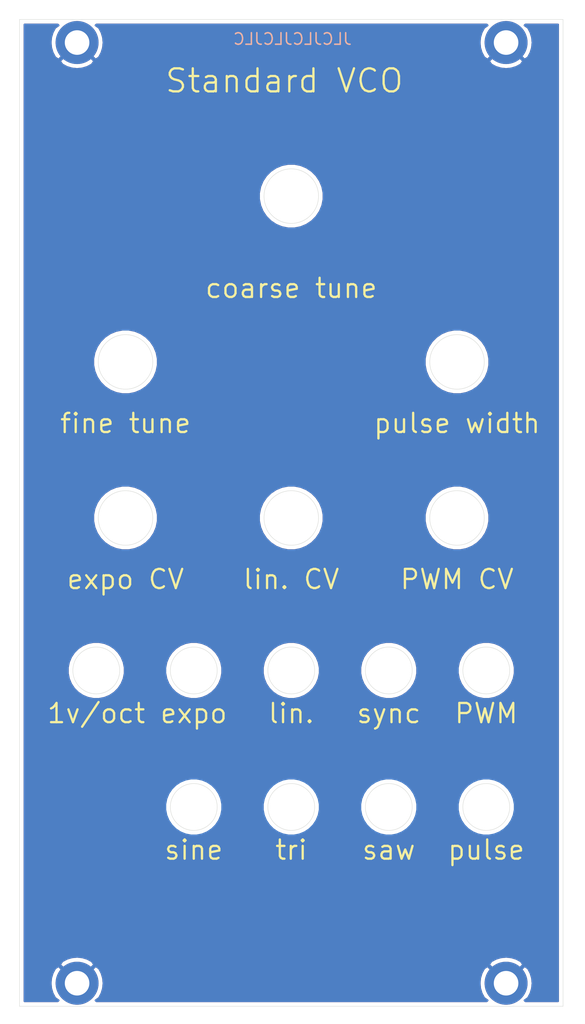
<source format=kicad_pcb>
(kicad_pcb (version 20171130) (host pcbnew "(5.1.9)-1")

  (general
    (thickness 1.6)
    (drawings 905)
    (tracks 0)
    (zones 0)
    (modules 4)
    (nets 2)
  )

  (page A4)
  (layers
    (0 F.Cu signal)
    (31 B.Cu signal)
    (32 B.Adhes user)
    (33 F.Adhes user)
    (34 B.Paste user)
    (35 F.Paste user)
    (36 B.SilkS user)
    (37 F.SilkS user)
    (38 B.Mask user)
    (39 F.Mask user)
    (40 Dwgs.User user)
    (41 Cmts.User user)
    (42 Eco1.User user)
    (43 Eco2.User user)
    (44 Edge.Cuts user)
    (45 Margin user)
    (46 B.CrtYd user)
    (47 F.CrtYd user)
  )

  (setup
    (last_trace_width 0.25)
    (trace_clearance 0.2)
    (zone_clearance 0.508)
    (zone_45_only no)
    (trace_min 0.2)
    (via_size 0.8)
    (via_drill 0.4)
    (via_min_size 0.4)
    (via_min_drill 0.3)
    (uvia_size 0.3)
    (uvia_drill 0.1)
    (uvias_allowed no)
    (uvia_min_size 0.2)
    (uvia_min_drill 0.1)
    (edge_width 0.05)
    (segment_width 0.2)
    (pcb_text_width 0.3)
    (pcb_text_size 1.5 1.5)
    (mod_edge_width 0.12)
    (mod_text_size 1 1)
    (mod_text_width 0.15)
    (pad_size 5.6 5.6)
    (pad_drill 3.2)
    (pad_to_mask_clearance 0)
    (aux_axis_origin 0 0)
    (visible_elements 7FFFFFFF)
    (pcbplotparams
      (layerselection 0x010fc_ffffffff)
      (usegerberextensions false)
      (usegerberattributes true)
      (usegerberadvancedattributes true)
      (creategerberjobfile true)
      (excludeedgelayer true)
      (linewidth 0.100000)
      (plotframeref false)
      (viasonmask false)
      (mode 1)
      (useauxorigin false)
      (hpglpennumber 1)
      (hpglpenspeed 20)
      (hpglpendiameter 15.000000)
      (psnegative false)
      (psa4output false)
      (plotreference true)
      (plotvalue true)
      (plotinvisibletext false)
      (padsonsilk false)
      (subtractmaskfromsilk false)
      (outputformat 1)
      (mirror false)
      (drillshape 1)
      (scaleselection 1)
      (outputdirectory ""))
  )

  (net 0 "")
  (net 1 GND)

  (net_class Default "This is the default net class."
    (clearance 0.2)
    (trace_width 0.25)
    (via_dia 0.8)
    (via_drill 0.4)
    (uvia_dia 0.3)
    (uvia_drill 0.1)
    (add_net GND)
  )

  (net_class gnd ""
    (clearance 0.2)
    (trace_width 0.25)
    (via_dia 0.8)
    (via_drill 0.4)
    (uvia_dia 0.3)
    (uvia_drill 0.1)
  )

  (module MountingHole:MountingHole_3.2mm_M3_DIN965_Pad (layer F.Cu) (tedit 56D1B4CB) (tstamp 60AC97CE)
    (at 7.5 3)
    (descr "Mounting Hole 3.2mm, M3, DIN965")
    (tags "mounting hole 3.2mm m3 din965")
    (path /60AC4695)
    (attr virtual)
    (fp_text reference H1 (at 0 -3.8) (layer F.SilkS) hide
      (effects (font (size 1 1) (thickness 0.15)))
    )
    (fp_text value MountingHole_Pad (at 0 3.8) (layer F.Fab)
      (effects (font (size 1 1) (thickness 0.15)))
    )
    (fp_text user %R (at 0.3 0) (layer F.Fab)
      (effects (font (size 1 1) (thickness 0.15)))
    )
    (fp_circle (center 0 0) (end 2.8 0) (layer Cmts.User) (width 0.15))
    (fp_circle (center 0 0) (end 3.05 0) (layer F.CrtYd) (width 0.05))
    (pad 1 thru_hole circle (at 0 0) (size 5.6 5.6) (drill 3.2) (layers *.Cu *.Mask)
      (net 1 GND))
  )

  (module MountingHole:MountingHole_3.2mm_M3_DIN965_Pad (layer F.Cu) (tedit 56D1B4CB) (tstamp 60AC973B)
    (at 63.38 3)
    (descr "Mounting Hole 3.2mm, M3, DIN965")
    (tags "mounting hole 3.2mm m3 din965")
    (path /60AC33F5)
    (attr virtual)
    (fp_text reference H2 (at 0 -3.8) (layer F.SilkS) hide
      (effects (font (size 1 1) (thickness 0.15)))
    )
    (fp_text value MountingHole_Pad (at 0 3.8) (layer F.Fab)
      (effects (font (size 1 1) (thickness 0.15)))
    )
    (fp_circle (center 0 0) (end 3.05 0) (layer F.CrtYd) (width 0.05))
    (fp_circle (center 0 0) (end 2.8 0) (layer Cmts.User) (width 0.15))
    (fp_text user %R (at 0.3 0) (layer F.Fab)
      (effects (font (size 1 1) (thickness 0.15)))
    )
    (pad 1 thru_hole circle (at 0 0) (size 5.6 5.6) (drill 3.2) (layers *.Cu *.Mask)
      (net 1 GND))
  )

  (module MountingHole:MountingHole_3.2mm_M3_DIN965_Pad (layer F.Cu) (tedit 56D1B4CB) (tstamp 60AC9743)
    (at 7.5 125.5)
    (descr "Mounting Hole 3.2mm, M3, DIN965")
    (tags "mounting hole 3.2mm m3 din965")
    (path /60AC5929)
    (attr virtual)
    (fp_text reference H3 (at 0 -3.8) (layer F.SilkS) hide
      (effects (font (size 1 1) (thickness 0.15)))
    )
    (fp_text value MountingHole_Pad (at 0 3.8) (layer F.Fab)
      (effects (font (size 1 1) (thickness 0.15)))
    )
    (fp_text user %R (at 0.3 0) (layer F.Fab)
      (effects (font (size 1 1) (thickness 0.15)))
    )
    (fp_circle (center 0 0) (end 2.8 0) (layer Cmts.User) (width 0.15))
    (fp_circle (center 0 0) (end 3.05 0) (layer F.CrtYd) (width 0.05))
    (pad 1 thru_hole circle (at 0 0) (size 5.6 5.6) (drill 3.2) (layers *.Cu *.Mask)
      (net 1 GND))
  )

  (module MountingHole:MountingHole_3.2mm_M3_DIN965_Pad (layer F.Cu) (tedit 56D1B4CB) (tstamp 60AC974B)
    (at 63.38 125.5)
    (descr "Mounting Hole 3.2mm, M3, DIN965")
    (tags "mounting hole 3.2mm m3 din965")
    (path /60AC591D)
    (attr virtual)
    (fp_text reference H4 (at 0 -3.8) (layer F.SilkS) hide
      (effects (font (size 1 1) (thickness 0.15)))
    )
    (fp_text value MountingHole_Pad (at 0 3.8) (layer F.Fab)
      (effects (font (size 1 1) (thickness 0.15)))
    )
    (fp_circle (center 0 0) (end 3.05 0) (layer F.CrtYd) (width 0.05))
    (fp_circle (center 0 0) (end 2.8 0) (layer Cmts.User) (width 0.15))
    (fp_text user %R (at 0.3 0) (layer F.Fab)
      (effects (font (size 1 1) (thickness 0.15)))
    )
    (pad 1 thru_hole circle (at 0 0) (size 5.6 5.6) (drill 3.2) (layers *.Cu *.Mask)
      (net 1 GND))
  )

  (gr_line (start 42.48857 1.71857) (end 42.48857 2.79) (layer B.SilkS) (width 0.2))
  (gr_line (start 42.48857 2.79) (end 42.56 3.00429) (layer B.SilkS) (width 0.2))
  (gr_line (start 42.56 3.00429) (end 42.70286 3.14714) (layer B.SilkS) (width 0.2))
  (gr_line (start 42.70286 3.14714) (end 42.91714 3.21857) (layer B.SilkS) (width 0.2))
  (gr_line (start 42.91714 3.21857) (end 43.06 3.21857) (layer B.SilkS) (width 0.2))
  (gr_line (start 41.06 3.21857) (end 41.77429 3.21857) (layer B.SilkS) (width 0.2))
  (gr_line (start 41.77429 3.21857) (end 41.77429 1.71857) (layer B.SilkS) (width 0.2))
  (gr_line (start 39.70286 3.07571) (end 39.77429 3.14714) (layer B.SilkS) (width 0.2))
  (gr_line (start 39.77429 3.14714) (end 39.98857 3.21857) (layer B.SilkS) (width 0.2))
  (gr_line (start 39.98857 3.21857) (end 40.13143 3.21857) (layer B.SilkS) (width 0.2))
  (gr_line (start 40.13143 3.21857) (end 40.34571 3.14714) (layer B.SilkS) (width 0.2))
  (gr_line (start 40.34571 3.14714) (end 40.48857 3.00429) (layer B.SilkS) (width 0.2))
  (gr_line (start 40.48857 3.00429) (end 40.56 2.86143) (layer B.SilkS) (width 0.2))
  (gr_line (start 40.56 2.86143) (end 40.63143 2.57571) (layer B.SilkS) (width 0.2))
  (gr_line (start 40.63143 2.57571) (end 40.63143 2.36143) (layer B.SilkS) (width 0.2))
  (gr_line (start 40.63143 2.36143) (end 40.56 2.07571) (layer B.SilkS) (width 0.2))
  (gr_line (start 40.56 2.07571) (end 40.48857 1.93286) (layer B.SilkS) (width 0.2))
  (gr_line (start 40.48857 1.93286) (end 40.34571 1.79) (layer B.SilkS) (width 0.2))
  (gr_line (start 40.34571 1.79) (end 40.13143 1.71857) (layer B.SilkS) (width 0.2))
  (gr_line (start 40.13143 1.71857) (end 39.98857 1.71857) (layer B.SilkS) (width 0.2))
  (gr_line (start 39.98857 1.71857) (end 39.77429 1.79) (layer B.SilkS) (width 0.2))
  (gr_line (start 39.77429 1.79) (end 39.70286 1.86143) (layer B.SilkS) (width 0.2))
  (gr_line (start 38.63143 1.71857) (end 38.63143 2.79) (layer B.SilkS) (width 0.2))
  (gr_line (start 38.63143 2.79) (end 38.70286 3.00429) (layer B.SilkS) (width 0.2))
  (gr_line (start 38.70286 3.00429) (end 38.84571 3.14714) (layer B.SilkS) (width 0.2))
  (gr_line (start 38.84571 3.14714) (end 39.06 3.21857) (layer B.SilkS) (width 0.2))
  (gr_line (start 39.06 3.21857) (end 39.20286 3.21857) (layer B.SilkS) (width 0.2))
  (gr_line (start 37.20286 3.21857) (end 37.91714 3.21857) (layer B.SilkS) (width 0.2))
  (gr_line (start 37.91714 3.21857) (end 37.91714 1.71857) (layer B.SilkS) (width 0.2))
  (gr_line (start 35.84571 3.07571) (end 35.91714 3.14714) (layer B.SilkS) (width 0.2))
  (gr_line (start 35.91714 3.14714) (end 36.13143 3.21857) (layer B.SilkS) (width 0.2))
  (gr_line (start 36.13143 3.21857) (end 36.27429 3.21857) (layer B.SilkS) (width 0.2))
  (gr_line (start 36.27429 3.21857) (end 36.48857 3.14714) (layer B.SilkS) (width 0.2))
  (gr_line (start 36.48857 3.14714) (end 36.63143 3.00429) (layer B.SilkS) (width 0.2))
  (gr_line (start 36.63143 3.00429) (end 36.70286 2.86143) (layer B.SilkS) (width 0.2))
  (gr_line (start 36.70286 2.86143) (end 36.77429 2.57571) (layer B.SilkS) (width 0.2))
  (gr_line (start 36.77429 2.57571) (end 36.77429 2.36143) (layer B.SilkS) (width 0.2))
  (gr_line (start 36.77429 2.36143) (end 36.70286 2.07571) (layer B.SilkS) (width 0.2))
  (gr_line (start 36.70286 2.07571) (end 36.63143 1.93286) (layer B.SilkS) (width 0.2))
  (gr_line (start 36.63143 1.93286) (end 36.48857 1.79) (layer B.SilkS) (width 0.2))
  (gr_line (start 36.48857 1.79) (end 36.27429 1.71857) (layer B.SilkS) (width 0.2))
  (gr_line (start 36.27429 1.71857) (end 36.13143 1.71857) (layer B.SilkS) (width 0.2))
  (gr_line (start 36.13143 1.71857) (end 35.91714 1.79) (layer B.SilkS) (width 0.2))
  (gr_line (start 35.91714 1.79) (end 35.84571 1.86143) (layer B.SilkS) (width 0.2))
  (gr_line (start 34.77429 1.71857) (end 34.77429 2.79) (layer B.SilkS) (width 0.2))
  (gr_line (start 34.77429 2.79) (end 34.84571 3.00429) (layer B.SilkS) (width 0.2))
  (gr_line (start 34.84571 3.00429) (end 34.98857 3.14714) (layer B.SilkS) (width 0.2))
  (gr_line (start 34.98857 3.14714) (end 35.20286 3.21857) (layer B.SilkS) (width 0.2))
  (gr_line (start 35.20286 3.21857) (end 35.34571 3.21857) (layer B.SilkS) (width 0.2))
  (gr_line (start 33.34571 3.21857) (end 34.06 3.21857) (layer B.SilkS) (width 0.2))
  (gr_line (start 34.06 3.21857) (end 34.06 1.71857) (layer B.SilkS) (width 0.2))
  (gr_line (start 31.98857 3.07571) (end 32.06 3.14714) (layer B.SilkS) (width 0.2))
  (gr_line (start 32.06 3.14714) (end 32.27429 3.21857) (layer B.SilkS) (width 0.2))
  (gr_line (start 32.27429 3.21857) (end 32.41714 3.21857) (layer B.SilkS) (width 0.2))
  (gr_line (start 32.41714 3.21857) (end 32.63143 3.14714) (layer B.SilkS) (width 0.2))
  (gr_line (start 32.63143 3.14714) (end 32.77429 3.00429) (layer B.SilkS) (width 0.2))
  (gr_line (start 32.77429 3.00429) (end 32.84571 2.86143) (layer B.SilkS) (width 0.2))
  (gr_line (start 32.84571 2.86143) (end 32.91714 2.57571) (layer B.SilkS) (width 0.2))
  (gr_line (start 32.91714 2.57571) (end 32.91714 2.36143) (layer B.SilkS) (width 0.2))
  (gr_line (start 32.91714 2.36143) (end 32.84571 2.07571) (layer B.SilkS) (width 0.2))
  (gr_line (start 32.84571 2.07571) (end 32.77429 1.93286) (layer B.SilkS) (width 0.2))
  (gr_line (start 32.77429 1.93286) (end 32.63143 1.79) (layer B.SilkS) (width 0.2))
  (gr_line (start 32.63143 1.79) (end 32.41714 1.71857) (layer B.SilkS) (width 0.2))
  (gr_line (start 32.41714 1.71857) (end 32.27429 1.71857) (layer B.SilkS) (width 0.2))
  (gr_line (start 32.27429 1.71857) (end 32.06 1.79) (layer B.SilkS) (width 0.2))
  (gr_line (start 32.06 1.79) (end 31.98857 1.86143) (layer B.SilkS) (width 0.2))
  (gr_line (start 30.91714 1.71857) (end 30.91714 2.79) (layer B.SilkS) (width 0.2))
  (gr_line (start 30.91714 2.79) (end 30.98857 3.00429) (layer B.SilkS) (width 0.2))
  (gr_line (start 30.98857 3.00429) (end 31.13143 3.14714) (layer B.SilkS) (width 0.2))
  (gr_line (start 31.13143 3.14714) (end 31.34571 3.21857) (layer B.SilkS) (width 0.2))
  (gr_line (start 31.34571 3.21857) (end 31.48857 3.21857) (layer B.SilkS) (width 0.2))
  (gr_line (start 29.48857 3.21857) (end 30.20286 3.21857) (layer B.SilkS) (width 0.2))
  (gr_line (start 30.20286 3.21857) (end 30.20286 1.71857) (layer B.SilkS) (width 0.2))
  (gr_line (start 28.13143 3.07571) (end 28.20286 3.14714) (layer B.SilkS) (width 0.2))
  (gr_line (start 28.20286 3.14714) (end 28.41714 3.21857) (layer B.SilkS) (width 0.2))
  (gr_line (start 28.41714 3.21857) (end 28.56 3.21857) (layer B.SilkS) (width 0.2))
  (gr_line (start 28.56 3.21857) (end 28.77429 3.14714) (layer B.SilkS) (width 0.2))
  (gr_line (start 28.77429 3.14714) (end 28.91714 3.00429) (layer B.SilkS) (width 0.2))
  (gr_line (start 28.91714 3.00429) (end 28.98857 2.86143) (layer B.SilkS) (width 0.2))
  (gr_line (start 28.98857 2.86143) (end 29.06 2.57571) (layer B.SilkS) (width 0.2))
  (gr_line (start 29.06 2.57571) (end 29.06 2.36143) (layer B.SilkS) (width 0.2))
  (gr_line (start 29.06 2.36143) (end 28.98857 2.07571) (layer B.SilkS) (width 0.2))
  (gr_line (start 28.98857 2.07571) (end 28.91714 1.93286) (layer B.SilkS) (width 0.2))
  (gr_line (start 28.91714 1.93286) (end 28.77429 1.79) (layer B.SilkS) (width 0.2))
  (gr_line (start 28.77429 1.79) (end 28.56 1.71857) (layer B.SilkS) (width 0.2))
  (gr_line (start 28.56 1.71857) (end 28.41714 1.71857) (layer B.SilkS) (width 0.2))
  (gr_line (start 28.41714 1.71857) (end 28.20286 1.79) (layer B.SilkS) (width 0.2))
  (gr_line (start 28.20286 1.79) (end 28.13143 1.86143) (layer B.SilkS) (width 0.2))
  (gr_circle (center 60.8 102.55) (end 63.85 102.55) (layer Edge.Cuts) (width 0.05))
  (gr_circle (center 48.1 102.55) (end 51.15 102.55) (layer Edge.Cuts) (width 0.05))
  (gr_circle (center 35.4 102.55) (end 38.45 102.55) (layer Edge.Cuts) (width 0.05))
  (gr_circle (center 22.7 102.55) (end 25.75 102.55) (layer Edge.Cuts) (width 0.05))
  (gr_circle (center 60.8 84.77) (end 63.85 84.77) (layer Edge.Cuts) (width 0.05))
  (gr_circle (center 48.1 84.77) (end 51.15 84.77) (layer Edge.Cuts) (width 0.05))
  (gr_circle (center 35.4 84.77) (end 38.45 84.77) (layer Edge.Cuts) (width 0.05))
  (gr_circle (center 22.7 84.77) (end 25.75 84.77) (layer Edge.Cuts) (width 0.05))
  (gr_circle (center 10 84.77) (end 13.05 84.77) (layer Edge.Cuts) (width 0.05))
  (gr_circle (center 35.4 64.91) (end 38.95 64.91) (layer Edge.Cuts) (width 0.05))
  (gr_circle (center 56.99 64.91) (end 60.54 64.91) (layer Edge.Cuts) (width 0.05))
  (gr_circle (center 13.81 64.91) (end 17.36 64.91) (layer Edge.Cuts) (width 0.05))
  (gr_circle (center 56.99 44.59) (end 60.54 44.59) (layer Edge.Cuts) (width 0.05))
  (gr_circle (center 13.81 44.59) (end 17.36 44.59) (layer Edge.Cuts) (width 0.05))
  (gr_circle (center 35.4 23) (end 38.95 23) (layer Edge.Cuts) (width 0.05))
  (gr_line (start 0 128.5) (end 70.8 128.5) (layer Edge.Cuts) (width 0.05))
  (gr_line (start 70.8 0) (end 70.8 128.5) (layer Edge.Cuts) (width 0.05))
  (gr_line (start 0 0) (end 70.8 0) (layer Edge.Cuts) (width 0.05) (tstamp 60AC9557))
  (gr_line (start 0 0) (end 0 128.5) (layer Edge.Cuts) (width 0.05))
  (gr_line (start 19.57143 9.21429) (end 20 9.35714) (layer F.SilkS) (width 0.3))
  (gr_line (start 20 9.35714) (end 20.71429 9.35714) (layer F.SilkS) (width 0.3))
  (gr_line (start 20.71429 9.35714) (end 21 9.21429) (layer F.SilkS) (width 0.3))
  (gr_line (start 21 9.21429) (end 21.14286 9.07143) (layer F.SilkS) (width 0.3))
  (gr_line (start 21.14286 9.07143) (end 21.28571 8.78571) (layer F.SilkS) (width 0.3))
  (gr_line (start 21.28571 8.78571) (end 21.28571 8.5) (layer F.SilkS) (width 0.3))
  (gr_line (start 21.28571 8.5) (end 21.14286 8.21429) (layer F.SilkS) (width 0.3))
  (gr_line (start 21.14286 8.21429) (end 21 8.07143) (layer F.SilkS) (width 0.3))
  (gr_line (start 21 8.07143) (end 20.71429 7.92857) (layer F.SilkS) (width 0.3))
  (gr_line (start 20.71429 7.92857) (end 20.14286 7.78571) (layer F.SilkS) (width 0.3))
  (gr_line (start 20.14286 7.78571) (end 19.85714 7.64286) (layer F.SilkS) (width 0.3))
  (gr_line (start 19.85714 7.64286) (end 19.71429 7.5) (layer F.SilkS) (width 0.3))
  (gr_line (start 19.71429 7.5) (end 19.57143 7.21429) (layer F.SilkS) (width 0.3))
  (gr_line (start 19.57143 7.21429) (end 19.57143 6.92857) (layer F.SilkS) (width 0.3))
  (gr_line (start 19.57143 6.92857) (end 19.71429 6.64286) (layer F.SilkS) (width 0.3))
  (gr_line (start 19.71429 6.64286) (end 19.85714 6.5) (layer F.SilkS) (width 0.3))
  (gr_line (start 19.85714 6.5) (end 20.14286 6.35714) (layer F.SilkS) (width 0.3))
  (gr_line (start 20.14286 6.35714) (end 20.85714 6.35714) (layer F.SilkS) (width 0.3))
  (gr_line (start 20.85714 6.35714) (end 21.28571 6.5) (layer F.SilkS) (width 0.3))
  (gr_line (start 22.14286 7.35714) (end 23.28571 7.35714) (layer F.SilkS) (width 0.3))
  (gr_line (start 22.57143 6.35714) (end 22.57143 8.92857) (layer F.SilkS) (width 0.3))
  (gr_line (start 22.57143 8.92857) (end 22.71429 9.21429) (layer F.SilkS) (width 0.3))
  (gr_line (start 22.71429 9.21429) (end 23 9.35714) (layer F.SilkS) (width 0.3))
  (gr_line (start 23 9.35714) (end 23.28571 9.35714) (layer F.SilkS) (width 0.3))
  (gr_line (start 25.57143 9.35714) (end 25.57143 7.78571) (layer F.SilkS) (width 0.3))
  (gr_line (start 25.57143 7.78571) (end 25.42857 7.5) (layer F.SilkS) (width 0.3))
  (gr_line (start 25.42857 7.5) (end 25.14286 7.35714) (layer F.SilkS) (width 0.3))
  (gr_line (start 25.14286 7.35714) (end 24.57143 7.35714) (layer F.SilkS) (width 0.3))
  (gr_line (start 24.57143 7.35714) (end 24.28571 7.5) (layer F.SilkS) (width 0.3))
  (gr_line (start 25.57143 9.21429) (end 25.28571 9.35714) (layer F.SilkS) (width 0.3))
  (gr_line (start 25.28571 9.35714) (end 24.57143 9.35714) (layer F.SilkS) (width 0.3))
  (gr_line (start 24.57143 9.35714) (end 24.28571 9.21429) (layer F.SilkS) (width 0.3))
  (gr_line (start 24.28571 9.21429) (end 24.14286 8.92857) (layer F.SilkS) (width 0.3))
  (gr_line (start 24.14286 8.92857) (end 24.14286 8.64286) (layer F.SilkS) (width 0.3))
  (gr_line (start 24.14286 8.64286) (end 24.28571 8.35714) (layer F.SilkS) (width 0.3))
  (gr_line (start 24.28571 8.35714) (end 24.57143 8.21429) (layer F.SilkS) (width 0.3))
  (gr_line (start 24.57143 8.21429) (end 25.28571 8.21429) (layer F.SilkS) (width 0.3))
  (gr_line (start 25.28571 8.21429) (end 25.57143 8.07143) (layer F.SilkS) (width 0.3))
  (gr_line (start 27 7.35714) (end 27 9.35714) (layer F.SilkS) (width 0.3))
  (gr_line (start 27 7.64286) (end 27.14286 7.5) (layer F.SilkS) (width 0.3))
  (gr_line (start 27.14286 7.5) (end 27.42857 7.35714) (layer F.SilkS) (width 0.3))
  (gr_line (start 27.42857 7.35714) (end 27.85714 7.35714) (layer F.SilkS) (width 0.3))
  (gr_line (start 27.85714 7.35714) (end 28.14286 7.5) (layer F.SilkS) (width 0.3))
  (gr_line (start 28.14286 7.5) (end 28.28571 7.78571) (layer F.SilkS) (width 0.3))
  (gr_line (start 28.28571 7.78571) (end 28.28571 9.35714) (layer F.SilkS) (width 0.3))
  (gr_line (start 31 9.35714) (end 31 6.35714) (layer F.SilkS) (width 0.3))
  (gr_line (start 31 9.21429) (end 30.71429 9.35714) (layer F.SilkS) (width 0.3))
  (gr_line (start 30.71429 9.35714) (end 30.14286 9.35714) (layer F.SilkS) (width 0.3))
  (gr_line (start 30.14286 9.35714) (end 29.85714 9.21429) (layer F.SilkS) (width 0.3))
  (gr_line (start 29.85714 9.21429) (end 29.71429 9.07143) (layer F.SilkS) (width 0.3))
  (gr_line (start 29.71429 9.07143) (end 29.57143 8.78571) (layer F.SilkS) (width 0.3))
  (gr_line (start 29.57143 8.78571) (end 29.57143 7.92857) (layer F.SilkS) (width 0.3))
  (gr_line (start 29.57143 7.92857) (end 29.71429 7.64286) (layer F.SilkS) (width 0.3))
  (gr_line (start 29.71429 7.64286) (end 29.85714 7.5) (layer F.SilkS) (width 0.3))
  (gr_line (start 29.85714 7.5) (end 30.14286 7.35714) (layer F.SilkS) (width 0.3))
  (gr_line (start 30.14286 7.35714) (end 30.71429 7.35714) (layer F.SilkS) (width 0.3))
  (gr_line (start 30.71429 7.35714) (end 31 7.5) (layer F.SilkS) (width 0.3))
  (gr_line (start 33.71429 9.35714) (end 33.71429 7.78571) (layer F.SilkS) (width 0.3))
  (gr_line (start 33.71429 7.78571) (end 33.57143 7.5) (layer F.SilkS) (width 0.3))
  (gr_line (start 33.57143 7.5) (end 33.28571 7.35714) (layer F.SilkS) (width 0.3))
  (gr_line (start 33.28571 7.35714) (end 32.71429 7.35714) (layer F.SilkS) (width 0.3))
  (gr_line (start 32.71429 7.35714) (end 32.42857 7.5) (layer F.SilkS) (width 0.3))
  (gr_line (start 33.71429 9.21429) (end 33.42857 9.35714) (layer F.SilkS) (width 0.3))
  (gr_line (start 33.42857 9.35714) (end 32.71429 9.35714) (layer F.SilkS) (width 0.3))
  (gr_line (start 32.71429 9.35714) (end 32.42857 9.21429) (layer F.SilkS) (width 0.3))
  (gr_line (start 32.42857 9.21429) (end 32.28571 8.92857) (layer F.SilkS) (width 0.3))
  (gr_line (start 32.28571 8.92857) (end 32.28571 8.64286) (layer F.SilkS) (width 0.3))
  (gr_line (start 32.28571 8.64286) (end 32.42857 8.35714) (layer F.SilkS) (width 0.3))
  (gr_line (start 32.42857 8.35714) (end 32.71429 8.21429) (layer F.SilkS) (width 0.3))
  (gr_line (start 32.71429 8.21429) (end 33.42857 8.21429) (layer F.SilkS) (width 0.3))
  (gr_line (start 33.42857 8.21429) (end 33.71429 8.07143) (layer F.SilkS) (width 0.3))
  (gr_line (start 35.14286 9.35714) (end 35.14286 7.35714) (layer F.SilkS) (width 0.3))
  (gr_line (start 35.14286 7.92857) (end 35.28571 7.64286) (layer F.SilkS) (width 0.3))
  (gr_line (start 35.28571 7.64286) (end 35.42857 7.5) (layer F.SilkS) (width 0.3))
  (gr_line (start 35.42857 7.5) (end 35.71429 7.35714) (layer F.SilkS) (width 0.3))
  (gr_line (start 35.71429 7.35714) (end 36 7.35714) (layer F.SilkS) (width 0.3))
  (gr_line (start 38.28571 9.35714) (end 38.28571 6.35714) (layer F.SilkS) (width 0.3))
  (gr_line (start 38.28571 9.21429) (end 38 9.35714) (layer F.SilkS) (width 0.3))
  (gr_line (start 38 9.35714) (end 37.42857 9.35714) (layer F.SilkS) (width 0.3))
  (gr_line (start 37.42857 9.35714) (end 37.14286 9.21429) (layer F.SilkS) (width 0.3))
  (gr_line (start 37.14286 9.21429) (end 37 9.07143) (layer F.SilkS) (width 0.3))
  (gr_line (start 37 9.07143) (end 36.85714 8.78571) (layer F.SilkS) (width 0.3))
  (gr_line (start 36.85714 8.78571) (end 36.85714 7.92857) (layer F.SilkS) (width 0.3))
  (gr_line (start 36.85714 7.92857) (end 37 7.64286) (layer F.SilkS) (width 0.3))
  (gr_line (start 37 7.64286) (end 37.14286 7.5) (layer F.SilkS) (width 0.3))
  (gr_line (start 37.14286 7.5) (end 37.42857 7.35714) (layer F.SilkS) (width 0.3))
  (gr_line (start 37.42857 7.35714) (end 38 7.35714) (layer F.SilkS) (width 0.3))
  (gr_line (start 38 7.35714) (end 38.28571 7.5) (layer F.SilkS) (width 0.3))
  (gr_line (start 41.57143 6.35714) (end 42.57143 9.35714) (layer F.SilkS) (width 0.3))
  (gr_line (start 42.57143 9.35714) (end 43.57143 6.35714) (layer F.SilkS) (width 0.3))
  (gr_line (start 46.28571 9.07143) (end 46.14286 9.21429) (layer F.SilkS) (width 0.3))
  (gr_line (start 46.14286 9.21429) (end 45.71429 9.35714) (layer F.SilkS) (width 0.3))
  (gr_line (start 45.71429 9.35714) (end 45.42857 9.35714) (layer F.SilkS) (width 0.3))
  (gr_line (start 45.42857 9.35714) (end 45 9.21429) (layer F.SilkS) (width 0.3))
  (gr_line (start 45 9.21429) (end 44.71429 8.92857) (layer F.SilkS) (width 0.3))
  (gr_line (start 44.71429 8.92857) (end 44.57143 8.64286) (layer F.SilkS) (width 0.3))
  (gr_line (start 44.57143 8.64286) (end 44.42857 8.07143) (layer F.SilkS) (width 0.3))
  (gr_line (start 44.42857 8.07143) (end 44.42857 7.64286) (layer F.SilkS) (width 0.3))
  (gr_line (start 44.42857 7.64286) (end 44.57143 7.07143) (layer F.SilkS) (width 0.3))
  (gr_line (start 44.57143 7.07143) (end 44.71429 6.78571) (layer F.SilkS) (width 0.3))
  (gr_line (start 44.71429 6.78571) (end 45 6.5) (layer F.SilkS) (width 0.3))
  (gr_line (start 45 6.5) (end 45.42857 6.35714) (layer F.SilkS) (width 0.3))
  (gr_line (start 45.42857 6.35714) (end 45.71429 6.35714) (layer F.SilkS) (width 0.3))
  (gr_line (start 45.71429 6.35714) (end 46.14286 6.5) (layer F.SilkS) (width 0.3))
  (gr_line (start 46.14286 6.5) (end 46.28571 6.64286) (layer F.SilkS) (width 0.3))
  (gr_line (start 48.14286 6.35714) (end 48.71429 6.35714) (layer F.SilkS) (width 0.3))
  (gr_line (start 48.71429 6.35714) (end 49 6.5) (layer F.SilkS) (width 0.3))
  (gr_line (start 49 6.5) (end 49.28571 6.78571) (layer F.SilkS) (width 0.3))
  (gr_line (start 49.28571 6.78571) (end 49.42857 7.35714) (layer F.SilkS) (width 0.3))
  (gr_line (start 49.42857 7.35714) (end 49.42857 8.35714) (layer F.SilkS) (width 0.3))
  (gr_line (start 49.42857 8.35714) (end 49.28571 8.92857) (layer F.SilkS) (width 0.3))
  (gr_line (start 49.28571 8.92857) (end 49 9.21429) (layer F.SilkS) (width 0.3))
  (gr_line (start 49 9.21429) (end 48.71429 9.35714) (layer F.SilkS) (width 0.3))
  (gr_line (start 48.71429 9.35714) (end 48.14286 9.35714) (layer F.SilkS) (width 0.3))
  (gr_line (start 48.14286 9.35714) (end 47.85714 9.21429) (layer F.SilkS) (width 0.3))
  (gr_line (start 47.85714 9.21429) (end 47.57143 8.92857) (layer F.SilkS) (width 0.3))
  (gr_line (start 47.57143 8.92857) (end 47.42857 8.35714) (layer F.SilkS) (width 0.3))
  (gr_line (start 47.42857 8.35714) (end 47.42857 7.35714) (layer F.SilkS) (width 0.3))
  (gr_line (start 47.42857 7.35714) (end 47.57143 6.78571) (layer F.SilkS) (width 0.3))
  (gr_line (start 47.57143 6.78571) (end 47.85714 6.5) (layer F.SilkS) (width 0.3))
  (gr_line (start 47.85714 6.5) (end 48.14286 6.35714) (layer F.SilkS) (width 0.3))
  (gr_line (start 19.36667 109.1619) (end 19.60476 109.28095) (layer F.SilkS) (width 0.3))
  (gr_line (start 19.60476 109.28095) (end 20.08095 109.28095) (layer F.SilkS) (width 0.3))
  (gr_line (start 20.08095 109.28095) (end 20.31905 109.1619) (layer F.SilkS) (width 0.3))
  (gr_line (start 20.31905 109.1619) (end 20.4381 108.92381) (layer F.SilkS) (width 0.3))
  (gr_line (start 20.4381 108.92381) (end 20.4381 108.80476) (layer F.SilkS) (width 0.3))
  (gr_line (start 20.4381 108.80476) (end 20.31905 108.56667) (layer F.SilkS) (width 0.3))
  (gr_line (start 20.31905 108.56667) (end 20.08095 108.44762) (layer F.SilkS) (width 0.3))
  (gr_line (start 20.08095 108.44762) (end 19.72381 108.44762) (layer F.SilkS) (width 0.3))
  (gr_line (start 19.72381 108.44762) (end 19.48571 108.32857) (layer F.SilkS) (width 0.3))
  (gr_line (start 19.48571 108.32857) (end 19.36667 108.09048) (layer F.SilkS) (width 0.3))
  (gr_line (start 19.36667 108.09048) (end 19.36667 107.97143) (layer F.SilkS) (width 0.3))
  (gr_line (start 19.36667 107.97143) (end 19.48571 107.73333) (layer F.SilkS) (width 0.3))
  (gr_line (start 19.48571 107.73333) (end 19.72381 107.61429) (layer F.SilkS) (width 0.3))
  (gr_line (start 19.72381 107.61429) (end 20.08095 107.61429) (layer F.SilkS) (width 0.3))
  (gr_line (start 20.08095 107.61429) (end 20.31905 107.73333) (layer F.SilkS) (width 0.3))
  (gr_line (start 21.50952 109.28095) (end 21.50952 107.61429) (layer F.SilkS) (width 0.3))
  (gr_line (start 21.50952 106.78095) (end 21.39048 106.9) (layer F.SilkS) (width 0.3))
  (gr_line (start 21.39048 106.9) (end 21.50952 107.01905) (layer F.SilkS) (width 0.3))
  (gr_line (start 21.50952 107.01905) (end 21.62857 106.9) (layer F.SilkS) (width 0.3))
  (gr_line (start 21.62857 106.9) (end 21.50952 106.78095) (layer F.SilkS) (width 0.3))
  (gr_line (start 21.50952 106.78095) (end 21.50952 107.01905) (layer F.SilkS) (width 0.3))
  (gr_line (start 22.7 107.61429) (end 22.7 109.28095) (layer F.SilkS) (width 0.3))
  (gr_line (start 22.7 107.85238) (end 22.81905 107.73333) (layer F.SilkS) (width 0.3))
  (gr_line (start 22.81905 107.73333) (end 23.05714 107.61429) (layer F.SilkS) (width 0.3))
  (gr_line (start 23.05714 107.61429) (end 23.41429 107.61429) (layer F.SilkS) (width 0.3))
  (gr_line (start 23.41429 107.61429) (end 23.65238 107.73333) (layer F.SilkS) (width 0.3))
  (gr_line (start 23.65238 107.73333) (end 23.77143 107.97143) (layer F.SilkS) (width 0.3))
  (gr_line (start 23.77143 107.97143) (end 23.77143 109.28095) (layer F.SilkS) (width 0.3))
  (gr_line (start 25.91429 109.1619) (end 25.67619 109.28095) (layer F.SilkS) (width 0.3))
  (gr_line (start 25.67619 109.28095) (end 25.2 109.28095) (layer F.SilkS) (width 0.3))
  (gr_line (start 25.2 109.28095) (end 24.9619 109.1619) (layer F.SilkS) (width 0.3))
  (gr_line (start 24.9619 109.1619) (end 24.84286 108.92381) (layer F.SilkS) (width 0.3))
  (gr_line (start 24.84286 108.92381) (end 24.84286 107.97143) (layer F.SilkS) (width 0.3))
  (gr_line (start 24.84286 107.97143) (end 24.9619 107.73333) (layer F.SilkS) (width 0.3))
  (gr_line (start 24.9619 107.73333) (end 25.2 107.61429) (layer F.SilkS) (width 0.3))
  (gr_line (start 25.2 107.61429) (end 25.67619 107.61429) (layer F.SilkS) (width 0.3))
  (gr_line (start 25.67619 107.61429) (end 25.91429 107.73333) (layer F.SilkS) (width 0.3))
  (gr_line (start 25.91429 107.73333) (end 26.03333 107.97143) (layer F.SilkS) (width 0.3))
  (gr_line (start 26.03333 107.97143) (end 26.03333 108.20952) (layer F.SilkS) (width 0.3))
  (gr_line (start 26.03333 108.20952) (end 24.84286 108.44762) (layer F.SilkS) (width 0.3))
  (gr_line (start 33.55476 107.61429) (end 34.50714 107.61429) (layer F.SilkS) (width 0.3))
  (gr_line (start 33.9119 106.78095) (end 33.9119 108.92381) (layer F.SilkS) (width 0.3))
  (gr_line (start 33.9119 108.92381) (end 34.03095 109.1619) (layer F.SilkS) (width 0.3))
  (gr_line (start 34.03095 109.1619) (end 34.26905 109.28095) (layer F.SilkS) (width 0.3))
  (gr_line (start 34.26905 109.28095) (end 34.50714 109.28095) (layer F.SilkS) (width 0.3))
  (gr_line (start 35.34048 109.28095) (end 35.34048 107.61429) (layer F.SilkS) (width 0.3))
  (gr_line (start 35.34048 108.09048) (end 35.45952 107.85238) (layer F.SilkS) (width 0.3))
  (gr_line (start 35.45952 107.85238) (end 35.57857 107.73333) (layer F.SilkS) (width 0.3))
  (gr_line (start 35.57857 107.73333) (end 35.81667 107.61429) (layer F.SilkS) (width 0.3))
  (gr_line (start 35.81667 107.61429) (end 36.05476 107.61429) (layer F.SilkS) (width 0.3))
  (gr_line (start 36.8881 109.28095) (end 36.8881 107.61429) (layer F.SilkS) (width 0.3))
  (gr_line (start 36.8881 106.78095) (end 36.76905 106.9) (layer F.SilkS) (width 0.3))
  (gr_line (start 36.76905 106.9) (end 36.8881 107.01905) (layer F.SilkS) (width 0.3))
  (gr_line (start 36.8881 107.01905) (end 37.00714 106.9) (layer F.SilkS) (width 0.3))
  (gr_line (start 37.00714 106.9) (end 36.8881 106.78095) (layer F.SilkS) (width 0.3))
  (gr_line (start 36.8881 106.78095) (end 36.8881 107.01905) (layer F.SilkS) (width 0.3))
  (gr_line (start 45.12381 109.1619) (end 45.3619 109.28095) (layer F.SilkS) (width 0.3))
  (gr_line (start 45.3619 109.28095) (end 45.8381 109.28095) (layer F.SilkS) (width 0.3))
  (gr_line (start 45.8381 109.28095) (end 46.07619 109.1619) (layer F.SilkS) (width 0.3))
  (gr_line (start 46.07619 109.1619) (end 46.19524 108.92381) (layer F.SilkS) (width 0.3))
  (gr_line (start 46.19524 108.92381) (end 46.19524 108.80476) (layer F.SilkS) (width 0.3))
  (gr_line (start 46.19524 108.80476) (end 46.07619 108.56667) (layer F.SilkS) (width 0.3))
  (gr_line (start 46.07619 108.56667) (end 45.8381 108.44762) (layer F.SilkS) (width 0.3))
  (gr_line (start 45.8381 108.44762) (end 45.48095 108.44762) (layer F.SilkS) (width 0.3))
  (gr_line (start 45.48095 108.44762) (end 45.24286 108.32857) (layer F.SilkS) (width 0.3))
  (gr_line (start 45.24286 108.32857) (end 45.12381 108.09048) (layer F.SilkS) (width 0.3))
  (gr_line (start 45.12381 108.09048) (end 45.12381 107.97143) (layer F.SilkS) (width 0.3))
  (gr_line (start 45.12381 107.97143) (end 45.24286 107.73333) (layer F.SilkS) (width 0.3))
  (gr_line (start 45.24286 107.73333) (end 45.48095 107.61429) (layer F.SilkS) (width 0.3))
  (gr_line (start 45.48095 107.61429) (end 45.8381 107.61429) (layer F.SilkS) (width 0.3))
  (gr_line (start 45.8381 107.61429) (end 46.07619 107.73333) (layer F.SilkS) (width 0.3))
  (gr_line (start 48.3381 109.28095) (end 48.3381 107.97143) (layer F.SilkS) (width 0.3))
  (gr_line (start 48.3381 107.97143) (end 48.21905 107.73333) (layer F.SilkS) (width 0.3))
  (gr_line (start 48.21905 107.73333) (end 47.98095 107.61429) (layer F.SilkS) (width 0.3))
  (gr_line (start 47.98095 107.61429) (end 47.50476 107.61429) (layer F.SilkS) (width 0.3))
  (gr_line (start 47.50476 107.61429) (end 47.26667 107.73333) (layer F.SilkS) (width 0.3))
  (gr_line (start 48.3381 109.1619) (end 48.1 109.28095) (layer F.SilkS) (width 0.3))
  (gr_line (start 48.1 109.28095) (end 47.50476 109.28095) (layer F.SilkS) (width 0.3))
  (gr_line (start 47.50476 109.28095) (end 47.26667 109.1619) (layer F.SilkS) (width 0.3))
  (gr_line (start 47.26667 109.1619) (end 47.14762 108.92381) (layer F.SilkS) (width 0.3))
  (gr_line (start 47.14762 108.92381) (end 47.14762 108.68571) (layer F.SilkS) (width 0.3))
  (gr_line (start 47.14762 108.68571) (end 47.26667 108.44762) (layer F.SilkS) (width 0.3))
  (gr_line (start 47.26667 108.44762) (end 47.50476 108.32857) (layer F.SilkS) (width 0.3))
  (gr_line (start 47.50476 108.32857) (end 48.1 108.32857) (layer F.SilkS) (width 0.3))
  (gr_line (start 48.1 108.32857) (end 48.3381 108.20952) (layer F.SilkS) (width 0.3))
  (gr_line (start 49.29048 107.61429) (end 49.76667 109.28095) (layer F.SilkS) (width 0.3))
  (gr_line (start 49.76667 109.28095) (end 50.24286 108.09048) (layer F.SilkS) (width 0.3))
  (gr_line (start 50.24286 108.09048) (end 50.71905 109.28095) (layer F.SilkS) (width 0.3))
  (gr_line (start 50.71905 109.28095) (end 51.19524 107.61429) (layer F.SilkS) (width 0.3))
  (gr_line (start 56.39524 107.61429) (end 56.39524 110.11429) (layer F.SilkS) (width 0.3))
  (gr_line (start 56.39524 107.73333) (end 56.63333 107.61429) (layer F.SilkS) (width 0.3))
  (gr_line (start 56.63333 107.61429) (end 57.10952 107.61429) (layer F.SilkS) (width 0.3))
  (gr_line (start 57.10952 107.61429) (end 57.34762 107.73333) (layer F.SilkS) (width 0.3))
  (gr_line (start 57.34762 107.73333) (end 57.46667 107.85238) (layer F.SilkS) (width 0.3))
  (gr_line (start 57.46667 107.85238) (end 57.58571 108.09048) (layer F.SilkS) (width 0.3))
  (gr_line (start 57.58571 108.09048) (end 57.58571 108.80476) (layer F.SilkS) (width 0.3))
  (gr_line (start 57.58571 108.80476) (end 57.46667 109.04286) (layer F.SilkS) (width 0.3))
  (gr_line (start 57.46667 109.04286) (end 57.34762 109.1619) (layer F.SilkS) (width 0.3))
  (gr_line (start 57.34762 109.1619) (end 57.10952 109.28095) (layer F.SilkS) (width 0.3))
  (gr_line (start 57.10952 109.28095) (end 56.63333 109.28095) (layer F.SilkS) (width 0.3))
  (gr_line (start 56.63333 109.28095) (end 56.39524 109.1619) (layer F.SilkS) (width 0.3))
  (gr_line (start 59.72857 107.61429) (end 59.72857 109.28095) (layer F.SilkS) (width 0.3))
  (gr_line (start 58.65714 107.61429) (end 58.65714 108.92381) (layer F.SilkS) (width 0.3))
  (gr_line (start 58.65714 108.92381) (end 58.77619 109.1619) (layer F.SilkS) (width 0.3))
  (gr_line (start 58.77619 109.1619) (end 59.01429 109.28095) (layer F.SilkS) (width 0.3))
  (gr_line (start 59.01429 109.28095) (end 59.37143 109.28095) (layer F.SilkS) (width 0.3))
  (gr_line (start 59.37143 109.28095) (end 59.60952 109.1619) (layer F.SilkS) (width 0.3))
  (gr_line (start 59.60952 109.1619) (end 59.72857 109.04286) (layer F.SilkS) (width 0.3))
  (gr_line (start 61.27619 109.28095) (end 61.0381 109.1619) (layer F.SilkS) (width 0.3))
  (gr_line (start 61.0381 109.1619) (end 60.91905 108.92381) (layer F.SilkS) (width 0.3))
  (gr_line (start 60.91905 108.92381) (end 60.91905 106.78095) (layer F.SilkS) (width 0.3))
  (gr_line (start 62.10952 109.1619) (end 62.34762 109.28095) (layer F.SilkS) (width 0.3))
  (gr_line (start 62.34762 109.28095) (end 62.82381 109.28095) (layer F.SilkS) (width 0.3))
  (gr_line (start 62.82381 109.28095) (end 63.0619 109.1619) (layer F.SilkS) (width 0.3))
  (gr_line (start 63.0619 109.1619) (end 63.18095 108.92381) (layer F.SilkS) (width 0.3))
  (gr_line (start 63.18095 108.92381) (end 63.18095 108.80476) (layer F.SilkS) (width 0.3))
  (gr_line (start 63.18095 108.80476) (end 63.0619 108.56667) (layer F.SilkS) (width 0.3))
  (gr_line (start 63.0619 108.56667) (end 62.82381 108.44762) (layer F.SilkS) (width 0.3))
  (gr_line (start 62.82381 108.44762) (end 62.46667 108.44762) (layer F.SilkS) (width 0.3))
  (gr_line (start 62.46667 108.44762) (end 62.22857 108.32857) (layer F.SilkS) (width 0.3))
  (gr_line (start 62.22857 108.32857) (end 62.10952 108.09048) (layer F.SilkS) (width 0.3))
  (gr_line (start 62.10952 108.09048) (end 62.10952 107.97143) (layer F.SilkS) (width 0.3))
  (gr_line (start 62.10952 107.97143) (end 62.22857 107.73333) (layer F.SilkS) (width 0.3))
  (gr_line (start 62.22857 107.73333) (end 62.46667 107.61429) (layer F.SilkS) (width 0.3))
  (gr_line (start 62.46667 107.61429) (end 62.82381 107.61429) (layer F.SilkS) (width 0.3))
  (gr_line (start 62.82381 107.61429) (end 63.0619 107.73333) (layer F.SilkS) (width 0.3))
  (gr_line (start 65.20476 109.1619) (end 64.96667 109.28095) (layer F.SilkS) (width 0.3))
  (gr_line (start 64.96667 109.28095) (end 64.49048 109.28095) (layer F.SilkS) (width 0.3))
  (gr_line (start 64.49048 109.28095) (end 64.25238 109.1619) (layer F.SilkS) (width 0.3))
  (gr_line (start 64.25238 109.1619) (end 64.13333 108.92381) (layer F.SilkS) (width 0.3))
  (gr_line (start 64.13333 108.92381) (end 64.13333 107.97143) (layer F.SilkS) (width 0.3))
  (gr_line (start 64.13333 107.97143) (end 64.25238 107.73333) (layer F.SilkS) (width 0.3))
  (gr_line (start 64.25238 107.73333) (end 64.49048 107.61429) (layer F.SilkS) (width 0.3))
  (gr_line (start 64.49048 107.61429) (end 64.96667 107.61429) (layer F.SilkS) (width 0.3))
  (gr_line (start 64.96667 107.61429) (end 65.20476 107.73333) (layer F.SilkS) (width 0.3))
  (gr_line (start 65.20476 107.73333) (end 65.32381 107.97143) (layer F.SilkS) (width 0.3))
  (gr_line (start 65.32381 107.97143) (end 65.32381 108.20952) (layer F.SilkS) (width 0.3))
  (gr_line (start 65.32381 108.20952) (end 64.13333 108.44762) (layer F.SilkS) (width 0.3))
  (gr_line (start 25.87619 36.0119) (end 25.6381 36.13095) (layer F.SilkS) (width 0.3))
  (gr_line (start 25.6381 36.13095) (end 25.1619 36.13095) (layer F.SilkS) (width 0.3))
  (gr_line (start 25.1619 36.13095) (end 24.92381 36.0119) (layer F.SilkS) (width 0.3))
  (gr_line (start 24.92381 36.0119) (end 24.80476 35.89286) (layer F.SilkS) (width 0.3))
  (gr_line (start 24.80476 35.89286) (end 24.68571 35.65476) (layer F.SilkS) (width 0.3))
  (gr_line (start 24.68571 35.65476) (end 24.68571 34.94048) (layer F.SilkS) (width 0.3))
  (gr_line (start 24.68571 34.94048) (end 24.80476 34.70238) (layer F.SilkS) (width 0.3))
  (gr_line (start 24.80476 34.70238) (end 24.92381 34.58333) (layer F.SilkS) (width 0.3))
  (gr_line (start 24.92381 34.58333) (end 25.1619 34.46429) (layer F.SilkS) (width 0.3))
  (gr_line (start 25.1619 34.46429) (end 25.6381 34.46429) (layer F.SilkS) (width 0.3))
  (gr_line (start 25.6381 34.46429) (end 25.87619 34.58333) (layer F.SilkS) (width 0.3))
  (gr_line (start 27.30476 36.13095) (end 27.06667 36.0119) (layer F.SilkS) (width 0.3))
  (gr_line (start 27.06667 36.0119) (end 26.94762 35.89286) (layer F.SilkS) (width 0.3))
  (gr_line (start 26.94762 35.89286) (end 26.82857 35.65476) (layer F.SilkS) (width 0.3))
  (gr_line (start 26.82857 35.65476) (end 26.82857 34.94048) (layer F.SilkS) (width 0.3))
  (gr_line (start 26.82857 34.94048) (end 26.94762 34.70238) (layer F.SilkS) (width 0.3))
  (gr_line (start 26.94762 34.70238) (end 27.06667 34.58333) (layer F.SilkS) (width 0.3))
  (gr_line (start 27.06667 34.58333) (end 27.30476 34.46429) (layer F.SilkS) (width 0.3))
  (gr_line (start 27.30476 34.46429) (end 27.6619 34.46429) (layer F.SilkS) (width 0.3))
  (gr_line (start 27.6619 34.46429) (end 27.9 34.58333) (layer F.SilkS) (width 0.3))
  (gr_line (start 27.9 34.58333) (end 28.01905 34.70238) (layer F.SilkS) (width 0.3))
  (gr_line (start 28.01905 34.70238) (end 28.1381 34.94048) (layer F.SilkS) (width 0.3))
  (gr_line (start 28.1381 34.94048) (end 28.1381 35.65476) (layer F.SilkS) (width 0.3))
  (gr_line (start 28.1381 35.65476) (end 28.01905 35.89286) (layer F.SilkS) (width 0.3))
  (gr_line (start 28.01905 35.89286) (end 27.9 36.0119) (layer F.SilkS) (width 0.3))
  (gr_line (start 27.9 36.0119) (end 27.6619 36.13095) (layer F.SilkS) (width 0.3))
  (gr_line (start 27.6619 36.13095) (end 27.30476 36.13095) (layer F.SilkS) (width 0.3))
  (gr_line (start 30.28095 36.13095) (end 30.28095 34.82143) (layer F.SilkS) (width 0.3))
  (gr_line (start 30.28095 34.82143) (end 30.1619 34.58333) (layer F.SilkS) (width 0.3))
  (gr_line (start 30.1619 34.58333) (end 29.92381 34.46429) (layer F.SilkS) (width 0.3))
  (gr_line (start 29.92381 34.46429) (end 29.44762 34.46429) (layer F.SilkS) (width 0.3))
  (gr_line (start 29.44762 34.46429) (end 29.20952 34.58333) (layer F.SilkS) (width 0.3))
  (gr_line (start 30.28095 36.0119) (end 30.04286 36.13095) (layer F.SilkS) (width 0.3))
  (gr_line (start 30.04286 36.13095) (end 29.44762 36.13095) (layer F.SilkS) (width 0.3))
  (gr_line (start 29.44762 36.13095) (end 29.20952 36.0119) (layer F.SilkS) (width 0.3))
  (gr_line (start 29.20952 36.0119) (end 29.09048 35.77381) (layer F.SilkS) (width 0.3))
  (gr_line (start 29.09048 35.77381) (end 29.09048 35.53571) (layer F.SilkS) (width 0.3))
  (gr_line (start 29.09048 35.53571) (end 29.20952 35.29762) (layer F.SilkS) (width 0.3))
  (gr_line (start 29.20952 35.29762) (end 29.44762 35.17857) (layer F.SilkS) (width 0.3))
  (gr_line (start 29.44762 35.17857) (end 30.04286 35.17857) (layer F.SilkS) (width 0.3))
  (gr_line (start 30.04286 35.17857) (end 30.28095 35.05952) (layer F.SilkS) (width 0.3))
  (gr_line (start 31.47143 36.13095) (end 31.47143 34.46429) (layer F.SilkS) (width 0.3))
  (gr_line (start 31.47143 34.94048) (end 31.59048 34.70238) (layer F.SilkS) (width 0.3))
  (gr_line (start 31.59048 34.70238) (end 31.70952 34.58333) (layer F.SilkS) (width 0.3))
  (gr_line (start 31.70952 34.58333) (end 31.94762 34.46429) (layer F.SilkS) (width 0.3))
  (gr_line (start 31.94762 34.46429) (end 32.18571 34.46429) (layer F.SilkS) (width 0.3))
  (gr_line (start 32.9 36.0119) (end 33.1381 36.13095) (layer F.SilkS) (width 0.3))
  (gr_line (start 33.1381 36.13095) (end 33.61429 36.13095) (layer F.SilkS) (width 0.3))
  (gr_line (start 33.61429 36.13095) (end 33.85238 36.0119) (layer F.SilkS) (width 0.3))
  (gr_line (start 33.85238 36.0119) (end 33.97143 35.77381) (layer F.SilkS) (width 0.3))
  (gr_line (start 33.97143 35.77381) (end 33.97143 35.65476) (layer F.SilkS) (width 0.3))
  (gr_line (start 33.97143 35.65476) (end 33.85238 35.41667) (layer F.SilkS) (width 0.3))
  (gr_line (start 33.85238 35.41667) (end 33.61429 35.29762) (layer F.SilkS) (width 0.3))
  (gr_line (start 33.61429 35.29762) (end 33.25714 35.29762) (layer F.SilkS) (width 0.3))
  (gr_line (start 33.25714 35.29762) (end 33.01905 35.17857) (layer F.SilkS) (width 0.3))
  (gr_line (start 33.01905 35.17857) (end 32.9 34.94048) (layer F.SilkS) (width 0.3))
  (gr_line (start 32.9 34.94048) (end 32.9 34.82143) (layer F.SilkS) (width 0.3))
  (gr_line (start 32.9 34.82143) (end 33.01905 34.58333) (layer F.SilkS) (width 0.3))
  (gr_line (start 33.01905 34.58333) (end 33.25714 34.46429) (layer F.SilkS) (width 0.3))
  (gr_line (start 33.25714 34.46429) (end 33.61429 34.46429) (layer F.SilkS) (width 0.3))
  (gr_line (start 33.61429 34.46429) (end 33.85238 34.58333) (layer F.SilkS) (width 0.3))
  (gr_line (start 35.99524 36.0119) (end 35.75714 36.13095) (layer F.SilkS) (width 0.3))
  (gr_line (start 35.75714 36.13095) (end 35.28095 36.13095) (layer F.SilkS) (width 0.3))
  (gr_line (start 35.28095 36.13095) (end 35.04286 36.0119) (layer F.SilkS) (width 0.3))
  (gr_line (start 35.04286 36.0119) (end 34.92381 35.77381) (layer F.SilkS) (width 0.3))
  (gr_line (start 34.92381 35.77381) (end 34.92381 34.82143) (layer F.SilkS) (width 0.3))
  (gr_line (start 34.92381 34.82143) (end 35.04286 34.58333) (layer F.SilkS) (width 0.3))
  (gr_line (start 35.04286 34.58333) (end 35.28095 34.46429) (layer F.SilkS) (width 0.3))
  (gr_line (start 35.28095 34.46429) (end 35.75714 34.46429) (layer F.SilkS) (width 0.3))
  (gr_line (start 35.75714 34.46429) (end 35.99524 34.58333) (layer F.SilkS) (width 0.3))
  (gr_line (start 35.99524 34.58333) (end 36.11429 34.82143) (layer F.SilkS) (width 0.3))
  (gr_line (start 36.11429 34.82143) (end 36.11429 35.05952) (layer F.SilkS) (width 0.3))
  (gr_line (start 36.11429 35.05952) (end 34.92381 35.29762) (layer F.SilkS) (width 0.3))
  (gr_line (start 38.73333 34.46429) (end 39.68571 34.46429) (layer F.SilkS) (width 0.3))
  (gr_line (start 39.09048 33.63095) (end 39.09048 35.77381) (layer F.SilkS) (width 0.3))
  (gr_line (start 39.09048 35.77381) (end 39.20952 36.0119) (layer F.SilkS) (width 0.3))
  (gr_line (start 39.20952 36.0119) (end 39.44762 36.13095) (layer F.SilkS) (width 0.3))
  (gr_line (start 39.44762 36.13095) (end 39.68571 36.13095) (layer F.SilkS) (width 0.3))
  (gr_line (start 41.59048 34.46429) (end 41.59048 36.13095) (layer F.SilkS) (width 0.3))
  (gr_line (start 40.51905 34.46429) (end 40.51905 35.77381) (layer F.SilkS) (width 0.3))
  (gr_line (start 40.51905 35.77381) (end 40.6381 36.0119) (layer F.SilkS) (width 0.3))
  (gr_line (start 40.6381 36.0119) (end 40.87619 36.13095) (layer F.SilkS) (width 0.3))
  (gr_line (start 40.87619 36.13095) (end 41.23333 36.13095) (layer F.SilkS) (width 0.3))
  (gr_line (start 41.23333 36.13095) (end 41.47143 36.0119) (layer F.SilkS) (width 0.3))
  (gr_line (start 41.47143 36.0119) (end 41.59048 35.89286) (layer F.SilkS) (width 0.3))
  (gr_line (start 42.78095 34.46429) (end 42.78095 36.13095) (layer F.SilkS) (width 0.3))
  (gr_line (start 42.78095 34.70238) (end 42.9 34.58333) (layer F.SilkS) (width 0.3))
  (gr_line (start 42.9 34.58333) (end 43.1381 34.46429) (layer F.SilkS) (width 0.3))
  (gr_line (start 43.1381 34.46429) (end 43.49524 34.46429) (layer F.SilkS) (width 0.3))
  (gr_line (start 43.49524 34.46429) (end 43.73333 34.58333) (layer F.SilkS) (width 0.3))
  (gr_line (start 43.73333 34.58333) (end 43.85238 34.82143) (layer F.SilkS) (width 0.3))
  (gr_line (start 43.85238 34.82143) (end 43.85238 36.13095) (layer F.SilkS) (width 0.3))
  (gr_line (start 45.99524 36.0119) (end 45.75714 36.13095) (layer F.SilkS) (width 0.3))
  (gr_line (start 45.75714 36.13095) (end 45.28095 36.13095) (layer F.SilkS) (width 0.3))
  (gr_line (start 45.28095 36.13095) (end 45.04286 36.0119) (layer F.SilkS) (width 0.3))
  (gr_line (start 45.04286 36.0119) (end 44.92381 35.77381) (layer F.SilkS) (width 0.3))
  (gr_line (start 44.92381 35.77381) (end 44.92381 34.82143) (layer F.SilkS) (width 0.3))
  (gr_line (start 44.92381 34.82143) (end 45.04286 34.58333) (layer F.SilkS) (width 0.3))
  (gr_line (start 45.04286 34.58333) (end 45.28095 34.46429) (layer F.SilkS) (width 0.3))
  (gr_line (start 45.28095 34.46429) (end 45.75714 34.46429) (layer F.SilkS) (width 0.3))
  (gr_line (start 45.75714 34.46429) (end 45.99524 34.58333) (layer F.SilkS) (width 0.3))
  (gr_line (start 45.99524 34.58333) (end 46.11429 34.82143) (layer F.SilkS) (width 0.3))
  (gr_line (start 46.11429 34.82143) (end 46.11429 35.05952) (layer F.SilkS) (width 0.3))
  (gr_line (start 46.11429 35.05952) (end 44.92381 35.29762) (layer F.SilkS) (width 0.3))
  (gr_line (start 57.2881 91.50095) (end 57.2881 89.00095) (layer F.SilkS) (width 0.3))
  (gr_line (start 57.2881 89.00095) (end 58.24048 89.00095) (layer F.SilkS) (width 0.3))
  (gr_line (start 58.24048 89.00095) (end 58.47857 89.12) (layer F.SilkS) (width 0.3))
  (gr_line (start 58.47857 89.12) (end 58.59762 89.23905) (layer F.SilkS) (width 0.3))
  (gr_line (start 58.59762 89.23905) (end 58.71667 89.47714) (layer F.SilkS) (width 0.3))
  (gr_line (start 58.71667 89.47714) (end 58.71667 89.83429) (layer F.SilkS) (width 0.3))
  (gr_line (start 58.71667 89.83429) (end 58.59762 90.07238) (layer F.SilkS) (width 0.3))
  (gr_line (start 58.59762 90.07238) (end 58.47857 90.19143) (layer F.SilkS) (width 0.3))
  (gr_line (start 58.47857 90.19143) (end 58.24048 90.31048) (layer F.SilkS) (width 0.3))
  (gr_line (start 58.24048 90.31048) (end 57.2881 90.31048) (layer F.SilkS) (width 0.3))
  (gr_line (start 59.55 89.00095) (end 60.14524 91.50095) (layer F.SilkS) (width 0.3))
  (gr_line (start 60.14524 91.50095) (end 60.62143 89.71524) (layer F.SilkS) (width 0.3))
  (gr_line (start 60.62143 89.71524) (end 61.09762 91.50095) (layer F.SilkS) (width 0.3))
  (gr_line (start 61.09762 91.50095) (end 61.69286 89.00095) (layer F.SilkS) (width 0.3))
  (gr_line (start 62.64524 91.50095) (end 62.64524 89.00095) (layer F.SilkS) (width 0.3))
  (gr_line (start 62.64524 89.00095) (end 63.47857 90.78667) (layer F.SilkS) (width 0.3))
  (gr_line (start 63.47857 90.78667) (end 64.3119 89.00095) (layer F.SilkS) (width 0.3))
  (gr_line (start 64.3119 89.00095) (end 64.3119 91.50095) (layer F.SilkS) (width 0.3))
  (gr_line (start 44.40952 91.3819) (end 44.64762 91.50095) (layer F.SilkS) (width 0.3))
  (gr_line (start 44.64762 91.50095) (end 45.12381 91.50095) (layer F.SilkS) (width 0.3))
  (gr_line (start 45.12381 91.50095) (end 45.3619 91.3819) (layer F.SilkS) (width 0.3))
  (gr_line (start 45.3619 91.3819) (end 45.48095 91.14381) (layer F.SilkS) (width 0.3))
  (gr_line (start 45.48095 91.14381) (end 45.48095 91.02476) (layer F.SilkS) (width 0.3))
  (gr_line (start 45.48095 91.02476) (end 45.3619 90.78667) (layer F.SilkS) (width 0.3))
  (gr_line (start 45.3619 90.78667) (end 45.12381 90.66762) (layer F.SilkS) (width 0.3))
  (gr_line (start 45.12381 90.66762) (end 44.76667 90.66762) (layer F.SilkS) (width 0.3))
  (gr_line (start 44.76667 90.66762) (end 44.52857 90.54857) (layer F.SilkS) (width 0.3))
  (gr_line (start 44.52857 90.54857) (end 44.40952 90.31048) (layer F.SilkS) (width 0.3))
  (gr_line (start 44.40952 90.31048) (end 44.40952 90.19143) (layer F.SilkS) (width 0.3))
  (gr_line (start 44.40952 90.19143) (end 44.52857 89.95333) (layer F.SilkS) (width 0.3))
  (gr_line (start 44.52857 89.95333) (end 44.76667 89.83429) (layer F.SilkS) (width 0.3))
  (gr_line (start 44.76667 89.83429) (end 45.12381 89.83429) (layer F.SilkS) (width 0.3))
  (gr_line (start 45.12381 89.83429) (end 45.3619 89.95333) (layer F.SilkS) (width 0.3))
  (gr_line (start 46.31429 89.83429) (end 46.90952 91.50095) (layer F.SilkS) (width 0.3))
  (gr_line (start 47.50476 89.83429) (end 46.90952 91.50095) (layer F.SilkS) (width 0.3))
  (gr_line (start 46.90952 91.50095) (end 46.67143 92.09619) (layer F.SilkS) (width 0.3))
  (gr_line (start 46.67143 92.09619) (end 46.55238 92.21524) (layer F.SilkS) (width 0.3))
  (gr_line (start 46.55238 92.21524) (end 46.31429 92.33429) (layer F.SilkS) (width 0.3))
  (gr_line (start 48.45714 89.83429) (end 48.45714 91.50095) (layer F.SilkS) (width 0.3))
  (gr_line (start 48.45714 90.07238) (end 48.57619 89.95333) (layer F.SilkS) (width 0.3))
  (gr_line (start 48.57619 89.95333) (end 48.81429 89.83429) (layer F.SilkS) (width 0.3))
  (gr_line (start 48.81429 89.83429) (end 49.17143 89.83429) (layer F.SilkS) (width 0.3))
  (gr_line (start 49.17143 89.83429) (end 49.40952 89.95333) (layer F.SilkS) (width 0.3))
  (gr_line (start 49.40952 89.95333) (end 49.52857 90.19143) (layer F.SilkS) (width 0.3))
  (gr_line (start 49.52857 90.19143) (end 49.52857 91.50095) (layer F.SilkS) (width 0.3))
  (gr_line (start 51.79048 91.3819) (end 51.55238 91.50095) (layer F.SilkS) (width 0.3))
  (gr_line (start 51.55238 91.50095) (end 51.07619 91.50095) (layer F.SilkS) (width 0.3))
  (gr_line (start 51.07619 91.50095) (end 50.8381 91.3819) (layer F.SilkS) (width 0.3))
  (gr_line (start 50.8381 91.3819) (end 50.71905 91.26286) (layer F.SilkS) (width 0.3))
  (gr_line (start 50.71905 91.26286) (end 50.6 91.02476) (layer F.SilkS) (width 0.3))
  (gr_line (start 50.6 91.02476) (end 50.6 90.31048) (layer F.SilkS) (width 0.3))
  (gr_line (start 50.6 90.31048) (end 50.71905 90.07238) (layer F.SilkS) (width 0.3))
  (gr_line (start 50.71905 90.07238) (end 50.8381 89.95333) (layer F.SilkS) (width 0.3))
  (gr_line (start 50.8381 89.95333) (end 51.07619 89.83429) (layer F.SilkS) (width 0.3))
  (gr_line (start 51.07619 89.83429) (end 51.55238 89.83429) (layer F.SilkS) (width 0.3))
  (gr_line (start 51.55238 89.83429) (end 51.79048 89.95333) (layer F.SilkS) (width 0.3))
  (gr_line (start 33.37619 91.50095) (end 33.1381 91.3819) (layer F.SilkS) (width 0.3))
  (gr_line (start 33.1381 91.3819) (end 33.01905 91.14381) (layer F.SilkS) (width 0.3))
  (gr_line (start 33.01905 91.14381) (end 33.01905 89.00095) (layer F.SilkS) (width 0.3))
  (gr_line (start 34.32857 91.50095) (end 34.32857 89.83429) (layer F.SilkS) (width 0.3))
  (gr_line (start 34.32857 89.00095) (end 34.20952 89.12) (layer F.SilkS) (width 0.3))
  (gr_line (start 34.20952 89.12) (end 34.32857 89.23905) (layer F.SilkS) (width 0.3))
  (gr_line (start 34.32857 89.23905) (end 34.44762 89.12) (layer F.SilkS) (width 0.3))
  (gr_line (start 34.44762 89.12) (end 34.32857 89.00095) (layer F.SilkS) (width 0.3))
  (gr_line (start 34.32857 89.00095) (end 34.32857 89.23905) (layer F.SilkS) (width 0.3))
  (gr_line (start 35.51905 89.83429) (end 35.51905 91.50095) (layer F.SilkS) (width 0.3))
  (gr_line (start 35.51905 90.07238) (end 35.6381 89.95333) (layer F.SilkS) (width 0.3))
  (gr_line (start 35.6381 89.95333) (end 35.87619 89.83429) (layer F.SilkS) (width 0.3))
  (gr_line (start 35.87619 89.83429) (end 36.23333 89.83429) (layer F.SilkS) (width 0.3))
  (gr_line (start 36.23333 89.83429) (end 36.47143 89.95333) (layer F.SilkS) (width 0.3))
  (gr_line (start 36.47143 89.95333) (end 36.59048 90.19143) (layer F.SilkS) (width 0.3))
  (gr_line (start 36.59048 90.19143) (end 36.59048 91.50095) (layer F.SilkS) (width 0.3))
  (gr_line (start 37.78095 91.26286) (end 37.9 91.3819) (layer F.SilkS) (width 0.3))
  (gr_line (start 37.9 91.3819) (end 37.78095 91.50095) (layer F.SilkS) (width 0.3))
  (gr_line (start 37.78095 91.50095) (end 37.6619 91.3819) (layer F.SilkS) (width 0.3))
  (gr_line (start 37.6619 91.3819) (end 37.78095 91.26286) (layer F.SilkS) (width 0.3))
  (gr_line (start 37.78095 91.26286) (end 37.78095 91.50095) (layer F.SilkS) (width 0.3))
  (gr_line (start 19.90238 91.3819) (end 19.66429 91.50095) (layer F.SilkS) (width 0.3))
  (gr_line (start 19.66429 91.50095) (end 19.1881 91.50095) (layer F.SilkS) (width 0.3))
  (gr_line (start 19.1881 91.50095) (end 18.95 91.3819) (layer F.SilkS) (width 0.3))
  (gr_line (start 18.95 91.3819) (end 18.83095 91.14381) (layer F.SilkS) (width 0.3))
  (gr_line (start 18.83095 91.14381) (end 18.83095 90.19143) (layer F.SilkS) (width 0.3))
  (gr_line (start 18.83095 90.19143) (end 18.95 89.95333) (layer F.SilkS) (width 0.3))
  (gr_line (start 18.95 89.95333) (end 19.1881 89.83429) (layer F.SilkS) (width 0.3))
  (gr_line (start 19.1881 89.83429) (end 19.66429 89.83429) (layer F.SilkS) (width 0.3))
  (gr_line (start 19.66429 89.83429) (end 19.90238 89.95333) (layer F.SilkS) (width 0.3))
  (gr_line (start 19.90238 89.95333) (end 20.02143 90.19143) (layer F.SilkS) (width 0.3))
  (gr_line (start 20.02143 90.19143) (end 20.02143 90.42952) (layer F.SilkS) (width 0.3))
  (gr_line (start 20.02143 90.42952) (end 18.83095 90.66762) (layer F.SilkS) (width 0.3))
  (gr_line (start 20.85476 91.50095) (end 22.16429 89.83429) (layer F.SilkS) (width 0.3))
  (gr_line (start 20.85476 89.83429) (end 22.16429 91.50095) (layer F.SilkS) (width 0.3))
  (gr_line (start 23.11667 89.83429) (end 23.11667 92.33429) (layer F.SilkS) (width 0.3))
  (gr_line (start 23.11667 89.95333) (end 23.35476 89.83429) (layer F.SilkS) (width 0.3))
  (gr_line (start 23.35476 89.83429) (end 23.83095 89.83429) (layer F.SilkS) (width 0.3))
  (gr_line (start 23.83095 89.83429) (end 24.06905 89.95333) (layer F.SilkS) (width 0.3))
  (gr_line (start 24.06905 89.95333) (end 24.1881 90.07238) (layer F.SilkS) (width 0.3))
  (gr_line (start 24.1881 90.07238) (end 24.30714 90.31048) (layer F.SilkS) (width 0.3))
  (gr_line (start 24.30714 90.31048) (end 24.30714 91.02476) (layer F.SilkS) (width 0.3))
  (gr_line (start 24.30714 91.02476) (end 24.1881 91.26286) (layer F.SilkS) (width 0.3))
  (gr_line (start 24.1881 91.26286) (end 24.06905 91.3819) (layer F.SilkS) (width 0.3))
  (gr_line (start 24.06905 91.3819) (end 23.83095 91.50095) (layer F.SilkS) (width 0.3))
  (gr_line (start 23.83095 91.50095) (end 23.35476 91.50095) (layer F.SilkS) (width 0.3))
  (gr_line (start 23.35476 91.50095) (end 23.11667 91.3819) (layer F.SilkS) (width 0.3))
  (gr_line (start 25.73571 91.50095) (end 25.49762 91.3819) (layer F.SilkS) (width 0.3))
  (gr_line (start 25.49762 91.3819) (end 25.37857 91.26286) (layer F.SilkS) (width 0.3))
  (gr_line (start 25.37857 91.26286) (end 25.25952 91.02476) (layer F.SilkS) (width 0.3))
  (gr_line (start 25.25952 91.02476) (end 25.25952 90.31048) (layer F.SilkS) (width 0.3))
  (gr_line (start 25.25952 90.31048) (end 25.37857 90.07238) (layer F.SilkS) (width 0.3))
  (gr_line (start 25.37857 90.07238) (end 25.49762 89.95333) (layer F.SilkS) (width 0.3))
  (gr_line (start 25.49762 89.95333) (end 25.73571 89.83429) (layer F.SilkS) (width 0.3))
  (gr_line (start 25.73571 89.83429) (end 26.09286 89.83429) (layer F.SilkS) (width 0.3))
  (gr_line (start 26.09286 89.83429) (end 26.33095 89.95333) (layer F.SilkS) (width 0.3))
  (gr_line (start 26.33095 89.95333) (end 26.45 90.07238) (layer F.SilkS) (width 0.3))
  (gr_line (start 26.45 90.07238) (end 26.56905 90.31048) (layer F.SilkS) (width 0.3))
  (gr_line (start 26.56905 90.31048) (end 26.56905 91.02476) (layer F.SilkS) (width 0.3))
  (gr_line (start 26.56905 91.02476) (end 26.45 91.26286) (layer F.SilkS) (width 0.3))
  (gr_line (start 26.45 91.26286) (end 26.33095 91.3819) (layer F.SilkS) (width 0.3))
  (gr_line (start 26.33095 91.3819) (end 26.09286 91.50095) (layer F.SilkS) (width 0.3))
  (gr_line (start 26.09286 91.50095) (end 25.73571 91.50095) (layer F.SilkS) (width 0.3))
  (gr_line (start 5.53571 91.50095) (end 4.10714 91.50095) (layer F.SilkS) (width 0.3))
  (gr_line (start 4.82143 91.50095) (end 4.82143 89.00095) (layer F.SilkS) (width 0.3))
  (gr_line (start 4.82143 89.00095) (end 4.58333 89.3581) (layer F.SilkS) (width 0.3))
  (gr_line (start 4.58333 89.3581) (end 4.34524 89.59619) (layer F.SilkS) (width 0.3))
  (gr_line (start 4.34524 89.59619) (end 4.10714 89.71524) (layer F.SilkS) (width 0.3))
  (gr_line (start 6.36905 89.83429) (end 6.96429 91.50095) (layer F.SilkS) (width 0.3))
  (gr_line (start 6.96429 91.50095) (end 7.55952 89.83429) (layer F.SilkS) (width 0.3))
  (gr_line (start 10.29762 88.8819) (end 8.15476 92.09619) (layer F.SilkS) (width 0.3))
  (gr_line (start 11.4881 91.50095) (end 11.25 91.3819) (layer F.SilkS) (width 0.3))
  (gr_line (start 11.25 91.3819) (end 11.13095 91.26286) (layer F.SilkS) (width 0.3))
  (gr_line (start 11.13095 91.26286) (end 11.0119 91.02476) (layer F.SilkS) (width 0.3))
  (gr_line (start 11.0119 91.02476) (end 11.0119 90.31048) (layer F.SilkS) (width 0.3))
  (gr_line (start 11.0119 90.31048) (end 11.13095 90.07238) (layer F.SilkS) (width 0.3))
  (gr_line (start 11.13095 90.07238) (end 11.25 89.95333) (layer F.SilkS) (width 0.3))
  (gr_line (start 11.25 89.95333) (end 11.4881 89.83429) (layer F.SilkS) (width 0.3))
  (gr_line (start 11.4881 89.83429) (end 11.84524 89.83429) (layer F.SilkS) (width 0.3))
  (gr_line (start 11.84524 89.83429) (end 12.08333 89.95333) (layer F.SilkS) (width 0.3))
  (gr_line (start 12.08333 89.95333) (end 12.20238 90.07238) (layer F.SilkS) (width 0.3))
  (gr_line (start 12.20238 90.07238) (end 12.32143 90.31048) (layer F.SilkS) (width 0.3))
  (gr_line (start 12.32143 90.31048) (end 12.32143 91.02476) (layer F.SilkS) (width 0.3))
  (gr_line (start 12.32143 91.02476) (end 12.20238 91.26286) (layer F.SilkS) (width 0.3))
  (gr_line (start 12.20238 91.26286) (end 12.08333 91.3819) (layer F.SilkS) (width 0.3))
  (gr_line (start 12.08333 91.3819) (end 11.84524 91.50095) (layer F.SilkS) (width 0.3))
  (gr_line (start 11.84524 91.50095) (end 11.4881 91.50095) (layer F.SilkS) (width 0.3))
  (gr_line (start 14.46429 91.3819) (end 14.22619 91.50095) (layer F.SilkS) (width 0.3))
  (gr_line (start 14.22619 91.50095) (end 13.75 91.50095) (layer F.SilkS) (width 0.3))
  (gr_line (start 13.75 91.50095) (end 13.5119 91.3819) (layer F.SilkS) (width 0.3))
  (gr_line (start 13.5119 91.3819) (end 13.39286 91.26286) (layer F.SilkS) (width 0.3))
  (gr_line (start 13.39286 91.26286) (end 13.27381 91.02476) (layer F.SilkS) (width 0.3))
  (gr_line (start 13.27381 91.02476) (end 13.27381 90.31048) (layer F.SilkS) (width 0.3))
  (gr_line (start 13.27381 90.31048) (end 13.39286 90.07238) (layer F.SilkS) (width 0.3))
  (gr_line (start 13.39286 90.07238) (end 13.5119 89.95333) (layer F.SilkS) (width 0.3))
  (gr_line (start 13.5119 89.95333) (end 13.75 89.83429) (layer F.SilkS) (width 0.3))
  (gr_line (start 13.75 89.83429) (end 14.22619 89.83429) (layer F.SilkS) (width 0.3))
  (gr_line (start 14.22619 89.83429) (end 14.46429 89.95333) (layer F.SilkS) (width 0.3))
  (gr_line (start 15.17857 89.83429) (end 16.13095 89.83429) (layer F.SilkS) (width 0.3))
  (gr_line (start 15.53571 89.00095) (end 15.53571 91.14381) (layer F.SilkS) (width 0.3))
  (gr_line (start 15.53571 91.14381) (end 15.65476 91.3819) (layer F.SilkS) (width 0.3))
  (gr_line (start 15.65476 91.3819) (end 15.89286 91.50095) (layer F.SilkS) (width 0.3))
  (gr_line (start 15.89286 91.50095) (end 16.13095 91.50095) (layer F.SilkS) (width 0.3))
  (gr_line (start 50.20429 74.04095) (end 50.20429 71.54095) (layer F.SilkS) (width 0.3))
  (gr_line (start 50.20429 71.54095) (end 51.15667 71.54095) (layer F.SilkS) (width 0.3))
  (gr_line (start 51.15667 71.54095) (end 51.39476 71.66) (layer F.SilkS) (width 0.3))
  (gr_line (start 51.39476 71.66) (end 51.51381 71.77905) (layer F.SilkS) (width 0.3))
  (gr_line (start 51.51381 71.77905) (end 51.63286 72.01714) (layer F.SilkS) (width 0.3))
  (gr_line (start 51.63286 72.01714) (end 51.63286 72.37429) (layer F.SilkS) (width 0.3))
  (gr_line (start 51.63286 72.37429) (end 51.51381 72.61238) (layer F.SilkS) (width 0.3))
  (gr_line (start 51.51381 72.61238) (end 51.39476 72.73143) (layer F.SilkS) (width 0.3))
  (gr_line (start 51.39476 72.73143) (end 51.15667 72.85048) (layer F.SilkS) (width 0.3))
  (gr_line (start 51.15667 72.85048) (end 50.20429 72.85048) (layer F.SilkS) (width 0.3))
  (gr_line (start 52.46619 71.54095) (end 53.06143 74.04095) (layer F.SilkS) (width 0.3))
  (gr_line (start 53.06143 74.04095) (end 53.53762 72.25524) (layer F.SilkS) (width 0.3))
  (gr_line (start 53.53762 72.25524) (end 54.01381 74.04095) (layer F.SilkS) (width 0.3))
  (gr_line (start 54.01381 74.04095) (end 54.60905 71.54095) (layer F.SilkS) (width 0.3))
  (gr_line (start 55.56143 74.04095) (end 55.56143 71.54095) (layer F.SilkS) (width 0.3))
  (gr_line (start 55.56143 71.54095) (end 56.39476 73.32667) (layer F.SilkS) (width 0.3))
  (gr_line (start 56.39476 73.32667) (end 57.2281 71.54095) (layer F.SilkS) (width 0.3))
  (gr_line (start 57.2281 71.54095) (end 57.2281 74.04095) (layer F.SilkS) (width 0.3))
  (gr_line (start 61.7519 73.80286) (end 61.63286 73.9219) (layer F.SilkS) (width 0.3))
  (gr_line (start 61.63286 73.9219) (end 61.27571 74.04095) (layer F.SilkS) (width 0.3))
  (gr_line (start 61.27571 74.04095) (end 61.03762 74.04095) (layer F.SilkS) (width 0.3))
  (gr_line (start 61.03762 74.04095) (end 60.68048 73.9219) (layer F.SilkS) (width 0.3))
  (gr_line (start 60.68048 73.9219) (end 60.44238 73.68381) (layer F.SilkS) (width 0.3))
  (gr_line (start 60.44238 73.68381) (end 60.32333 73.44571) (layer F.SilkS) (width 0.3))
  (gr_line (start 60.32333 73.44571) (end 60.20429 72.96952) (layer F.SilkS) (width 0.3))
  (gr_line (start 60.20429 72.96952) (end 60.20429 72.61238) (layer F.SilkS) (width 0.3))
  (gr_line (start 60.20429 72.61238) (end 60.32333 72.13619) (layer F.SilkS) (width 0.3))
  (gr_line (start 60.32333 72.13619) (end 60.44238 71.8981) (layer F.SilkS) (width 0.3))
  (gr_line (start 60.44238 71.8981) (end 60.68048 71.66) (layer F.SilkS) (width 0.3))
  (gr_line (start 60.68048 71.66) (end 61.03762 71.54095) (layer F.SilkS) (width 0.3))
  (gr_line (start 61.03762 71.54095) (end 61.27571 71.54095) (layer F.SilkS) (width 0.3))
  (gr_line (start 61.27571 71.54095) (end 61.63286 71.66) (layer F.SilkS) (width 0.3))
  (gr_line (start 61.63286 71.66) (end 61.7519 71.77905) (layer F.SilkS) (width 0.3))
  (gr_line (start 62.46619 71.54095) (end 63.29952 74.04095) (layer F.SilkS) (width 0.3))
  (gr_line (start 63.29952 74.04095) (end 64.13286 71.54095) (layer F.SilkS) (width 0.3))
  (gr_line (start 30.10238 74.04095) (end 29.86429 73.9219) (layer F.SilkS) (width 0.3))
  (gr_line (start 29.86429 73.9219) (end 29.74524 73.68381) (layer F.SilkS) (width 0.3))
  (gr_line (start 29.74524 73.68381) (end 29.74524 71.54095) (layer F.SilkS) (width 0.3))
  (gr_line (start 31.05476 74.04095) (end 31.05476 72.37429) (layer F.SilkS) (width 0.3))
  (gr_line (start 31.05476 71.54095) (end 30.93571 71.66) (layer F.SilkS) (width 0.3))
  (gr_line (start 30.93571 71.66) (end 31.05476 71.77905) (layer F.SilkS) (width 0.3))
  (gr_line (start 31.05476 71.77905) (end 31.17381 71.66) (layer F.SilkS) (width 0.3))
  (gr_line (start 31.17381 71.66) (end 31.05476 71.54095) (layer F.SilkS) (width 0.3))
  (gr_line (start 31.05476 71.54095) (end 31.05476 71.77905) (layer F.SilkS) (width 0.3))
  (gr_line (start 32.24524 72.37429) (end 32.24524 74.04095) (layer F.SilkS) (width 0.3))
  (gr_line (start 32.24524 72.61238) (end 32.36429 72.49333) (layer F.SilkS) (width 0.3))
  (gr_line (start 32.36429 72.49333) (end 32.60238 72.37429) (layer F.SilkS) (width 0.3))
  (gr_line (start 32.60238 72.37429) (end 32.95952 72.37429) (layer F.SilkS) (width 0.3))
  (gr_line (start 32.95952 72.37429) (end 33.19762 72.49333) (layer F.SilkS) (width 0.3))
  (gr_line (start 33.19762 72.49333) (end 33.31667 72.73143) (layer F.SilkS) (width 0.3))
  (gr_line (start 33.31667 72.73143) (end 33.31667 74.04095) (layer F.SilkS) (width 0.3))
  (gr_line (start 34.50714 73.80286) (end 34.62619 73.9219) (layer F.SilkS) (width 0.3))
  (gr_line (start 34.62619 73.9219) (end 34.50714 74.04095) (layer F.SilkS) (width 0.3))
  (gr_line (start 34.50714 74.04095) (end 34.3881 73.9219) (layer F.SilkS) (width 0.3))
  (gr_line (start 34.3881 73.9219) (end 34.50714 73.80286) (layer F.SilkS) (width 0.3))
  (gr_line (start 34.50714 73.80286) (end 34.50714 74.04095) (layer F.SilkS) (width 0.3))
  (gr_line (start 39.03095 73.80286) (end 38.9119 73.9219) (layer F.SilkS) (width 0.3))
  (gr_line (start 38.9119 73.9219) (end 38.55476 74.04095) (layer F.SilkS) (width 0.3))
  (gr_line (start 38.55476 74.04095) (end 38.31667 74.04095) (layer F.SilkS) (width 0.3))
  (gr_line (start 38.31667 74.04095) (end 37.95952 73.9219) (layer F.SilkS) (width 0.3))
  (gr_line (start 37.95952 73.9219) (end 37.72143 73.68381) (layer F.SilkS) (width 0.3))
  (gr_line (start 37.72143 73.68381) (end 37.60238 73.44571) (layer F.SilkS) (width 0.3))
  (gr_line (start 37.60238 73.44571) (end 37.48333 72.96952) (layer F.SilkS) (width 0.3))
  (gr_line (start 37.48333 72.96952) (end 37.48333 72.61238) (layer F.SilkS) (width 0.3))
  (gr_line (start 37.48333 72.61238) (end 37.60238 72.13619) (layer F.SilkS) (width 0.3))
  (gr_line (start 37.60238 72.13619) (end 37.72143 71.8981) (layer F.SilkS) (width 0.3))
  (gr_line (start 37.72143 71.8981) (end 37.95952 71.66) (layer F.SilkS) (width 0.3))
  (gr_line (start 37.95952 71.66) (end 38.31667 71.54095) (layer F.SilkS) (width 0.3))
  (gr_line (start 38.31667 71.54095) (end 38.55476 71.54095) (layer F.SilkS) (width 0.3))
  (gr_line (start 38.55476 71.54095) (end 38.9119 71.66) (layer F.SilkS) (width 0.3))
  (gr_line (start 38.9119 71.66) (end 39.03095 71.77905) (layer F.SilkS) (width 0.3))
  (gr_line (start 39.74524 71.54095) (end 40.57857 74.04095) (layer F.SilkS) (width 0.3))
  (gr_line (start 40.57857 74.04095) (end 41.4119 71.54095) (layer F.SilkS) (width 0.3))
  (gr_line (start 7.73857 73.9219) (end 7.50048 74.04095) (layer F.SilkS) (width 0.3))
  (gr_line (start 7.50048 74.04095) (end 7.02429 74.04095) (layer F.SilkS) (width 0.3))
  (gr_line (start 7.02429 74.04095) (end 6.78619 73.9219) (layer F.SilkS) (width 0.3))
  (gr_line (start 6.78619 73.9219) (end 6.66714 73.68381) (layer F.SilkS) (width 0.3))
  (gr_line (start 6.66714 73.68381) (end 6.66714 72.73143) (layer F.SilkS) (width 0.3))
  (gr_line (start 6.66714 72.73143) (end 6.78619 72.49333) (layer F.SilkS) (width 0.3))
  (gr_line (start 6.78619 72.49333) (end 7.02429 72.37429) (layer F.SilkS) (width 0.3))
  (gr_line (start 7.02429 72.37429) (end 7.50048 72.37429) (layer F.SilkS) (width 0.3))
  (gr_line (start 7.50048 72.37429) (end 7.73857 72.49333) (layer F.SilkS) (width 0.3))
  (gr_line (start 7.73857 72.49333) (end 7.85762 72.73143) (layer F.SilkS) (width 0.3))
  (gr_line (start 7.85762 72.73143) (end 7.85762 72.96952) (layer F.SilkS) (width 0.3))
  (gr_line (start 7.85762 72.96952) (end 6.66714 73.20762) (layer F.SilkS) (width 0.3))
  (gr_line (start 8.69095 74.04095) (end 10.00048 72.37429) (layer F.SilkS) (width 0.3))
  (gr_line (start 8.69095 72.37429) (end 10.00048 74.04095) (layer F.SilkS) (width 0.3))
  (gr_line (start 10.95286 72.37429) (end 10.95286 74.87429) (layer F.SilkS) (width 0.3))
  (gr_line (start 10.95286 72.49333) (end 11.19095 72.37429) (layer F.SilkS) (width 0.3))
  (gr_line (start 11.19095 72.37429) (end 11.66714 72.37429) (layer F.SilkS) (width 0.3))
  (gr_line (start 11.66714 72.37429) (end 11.90524 72.49333) (layer F.SilkS) (width 0.3))
  (gr_line (start 11.90524 72.49333) (end 12.02429 72.61238) (layer F.SilkS) (width 0.3))
  (gr_line (start 12.02429 72.61238) (end 12.14333 72.85048) (layer F.SilkS) (width 0.3))
  (gr_line (start 12.14333 72.85048) (end 12.14333 73.56476) (layer F.SilkS) (width 0.3))
  (gr_line (start 12.14333 73.56476) (end 12.02429 73.80286) (layer F.SilkS) (width 0.3))
  (gr_line (start 12.02429 73.80286) (end 11.90524 73.9219) (layer F.SilkS) (width 0.3))
  (gr_line (start 11.90524 73.9219) (end 11.66714 74.04095) (layer F.SilkS) (width 0.3))
  (gr_line (start 11.66714 74.04095) (end 11.19095 74.04095) (layer F.SilkS) (width 0.3))
  (gr_line (start 11.19095 74.04095) (end 10.95286 73.9219) (layer F.SilkS) (width 0.3))
  (gr_line (start 13.5719 74.04095) (end 13.33381 73.9219) (layer F.SilkS) (width 0.3))
  (gr_line (start 13.33381 73.9219) (end 13.21476 73.80286) (layer F.SilkS) (width 0.3))
  (gr_line (start 13.21476 73.80286) (end 13.09571 73.56476) (layer F.SilkS) (width 0.3))
  (gr_line (start 13.09571 73.56476) (end 13.09571 72.85048) (layer F.SilkS) (width 0.3))
  (gr_line (start 13.09571 72.85048) (end 13.21476 72.61238) (layer F.SilkS) (width 0.3))
  (gr_line (start 13.21476 72.61238) (end 13.33381 72.49333) (layer F.SilkS) (width 0.3))
  (gr_line (start 13.33381 72.49333) (end 13.5719 72.37429) (layer F.SilkS) (width 0.3))
  (gr_line (start 13.5719 72.37429) (end 13.92905 72.37429) (layer F.SilkS) (width 0.3))
  (gr_line (start 13.92905 72.37429) (end 14.16714 72.49333) (layer F.SilkS) (width 0.3))
  (gr_line (start 14.16714 72.49333) (end 14.28619 72.61238) (layer F.SilkS) (width 0.3))
  (gr_line (start 14.28619 72.61238) (end 14.40524 72.85048) (layer F.SilkS) (width 0.3))
  (gr_line (start 14.40524 72.85048) (end 14.40524 73.56476) (layer F.SilkS) (width 0.3))
  (gr_line (start 14.40524 73.56476) (end 14.28619 73.80286) (layer F.SilkS) (width 0.3))
  (gr_line (start 14.28619 73.80286) (end 14.16714 73.9219) (layer F.SilkS) (width 0.3))
  (gr_line (start 14.16714 73.9219) (end 13.92905 74.04095) (layer F.SilkS) (width 0.3))
  (gr_line (start 13.92905 74.04095) (end 13.5719 74.04095) (layer F.SilkS) (width 0.3))
  (gr_line (start 18.81 73.80286) (end 18.69095 73.9219) (layer F.SilkS) (width 0.3))
  (gr_line (start 18.69095 73.9219) (end 18.33381 74.04095) (layer F.SilkS) (width 0.3))
  (gr_line (start 18.33381 74.04095) (end 18.09571 74.04095) (layer F.SilkS) (width 0.3))
  (gr_line (start 18.09571 74.04095) (end 17.73857 73.9219) (layer F.SilkS) (width 0.3))
  (gr_line (start 17.73857 73.9219) (end 17.50048 73.68381) (layer F.SilkS) (width 0.3))
  (gr_line (start 17.50048 73.68381) (end 17.38143 73.44571) (layer F.SilkS) (width 0.3))
  (gr_line (start 17.38143 73.44571) (end 17.26238 72.96952) (layer F.SilkS) (width 0.3))
  (gr_line (start 17.26238 72.96952) (end 17.26238 72.61238) (layer F.SilkS) (width 0.3))
  (gr_line (start 17.26238 72.61238) (end 17.38143 72.13619) (layer F.SilkS) (width 0.3))
  (gr_line (start 17.38143 72.13619) (end 17.50048 71.8981) (layer F.SilkS) (width 0.3))
  (gr_line (start 17.50048 71.8981) (end 17.73857 71.66) (layer F.SilkS) (width 0.3))
  (gr_line (start 17.73857 71.66) (end 18.09571 71.54095) (layer F.SilkS) (width 0.3))
  (gr_line (start 18.09571 71.54095) (end 18.33381 71.54095) (layer F.SilkS) (width 0.3))
  (gr_line (start 18.33381 71.54095) (end 18.69095 71.66) (layer F.SilkS) (width 0.3))
  (gr_line (start 18.69095 71.66) (end 18.81 71.77905) (layer F.SilkS) (width 0.3))
  (gr_line (start 19.52429 71.54095) (end 20.35762 74.04095) (layer F.SilkS) (width 0.3))
  (gr_line (start 20.35762 74.04095) (end 21.19095 71.54095) (layer F.SilkS) (width 0.3))
  (gr_line (start 46.7519 52.05429) (end 46.7519 54.55429) (layer F.SilkS) (width 0.3))
  (gr_line (start 46.7519 52.17333) (end 46.99 52.05429) (layer F.SilkS) (width 0.3))
  (gr_line (start 46.99 52.05429) (end 47.46619 52.05429) (layer F.SilkS) (width 0.3))
  (gr_line (start 47.46619 52.05429) (end 47.70429 52.17333) (layer F.SilkS) (width 0.3))
  (gr_line (start 47.70429 52.17333) (end 47.82333 52.29238) (layer F.SilkS) (width 0.3))
  (gr_line (start 47.82333 52.29238) (end 47.94238 52.53048) (layer F.SilkS) (width 0.3))
  (gr_line (start 47.94238 52.53048) (end 47.94238 53.24476) (layer F.SilkS) (width 0.3))
  (gr_line (start 47.94238 53.24476) (end 47.82333 53.48286) (layer F.SilkS) (width 0.3))
  (gr_line (start 47.82333 53.48286) (end 47.70429 53.6019) (layer F.SilkS) (width 0.3))
  (gr_line (start 47.70429 53.6019) (end 47.46619 53.72095) (layer F.SilkS) (width 0.3))
  (gr_line (start 47.46619 53.72095) (end 46.99 53.72095) (layer F.SilkS) (width 0.3))
  (gr_line (start 46.99 53.72095) (end 46.7519 53.6019) (layer F.SilkS) (width 0.3))
  (gr_line (start 50.08524 52.05429) (end 50.08524 53.72095) (layer F.SilkS) (width 0.3))
  (gr_line (start 49.01381 52.05429) (end 49.01381 53.36381) (layer F.SilkS) (width 0.3))
  (gr_line (start 49.01381 53.36381) (end 49.13286 53.6019) (layer F.SilkS) (width 0.3))
  (gr_line (start 49.13286 53.6019) (end 49.37095 53.72095) (layer F.SilkS) (width 0.3))
  (gr_line (start 49.37095 53.72095) (end 49.7281 53.72095) (layer F.SilkS) (width 0.3))
  (gr_line (start 49.7281 53.72095) (end 49.96619 53.6019) (layer F.SilkS) (width 0.3))
  (gr_line (start 49.96619 53.6019) (end 50.08524 53.48286) (layer F.SilkS) (width 0.3))
  (gr_line (start 51.63286 53.72095) (end 51.39476 53.6019) (layer F.SilkS) (width 0.3))
  (gr_line (start 51.39476 53.6019) (end 51.27571 53.36381) (layer F.SilkS) (width 0.3))
  (gr_line (start 51.27571 53.36381) (end 51.27571 51.22095) (layer F.SilkS) (width 0.3))
  (gr_line (start 52.46619 53.6019) (end 52.70429 53.72095) (layer F.SilkS) (width 0.3))
  (gr_line (start 52.70429 53.72095) (end 53.18048 53.72095) (layer F.SilkS) (width 0.3))
  (gr_line (start 53.18048 53.72095) (end 53.41857 53.6019) (layer F.SilkS) (width 0.3))
  (gr_line (start 53.41857 53.6019) (end 53.53762 53.36381) (layer F.SilkS) (width 0.3))
  (gr_line (start 53.53762 53.36381) (end 53.53762 53.24476) (layer F.SilkS) (width 0.3))
  (gr_line (start 53.53762 53.24476) (end 53.41857 53.00667) (layer F.SilkS) (width 0.3))
  (gr_line (start 53.41857 53.00667) (end 53.18048 52.88762) (layer F.SilkS) (width 0.3))
  (gr_line (start 53.18048 52.88762) (end 52.82333 52.88762) (layer F.SilkS) (width 0.3))
  (gr_line (start 52.82333 52.88762) (end 52.58524 52.76857) (layer F.SilkS) (width 0.3))
  (gr_line (start 52.58524 52.76857) (end 52.46619 52.53048) (layer F.SilkS) (width 0.3))
  (gr_line (start 52.46619 52.53048) (end 52.46619 52.41143) (layer F.SilkS) (width 0.3))
  (gr_line (start 52.46619 52.41143) (end 52.58524 52.17333) (layer F.SilkS) (width 0.3))
  (gr_line (start 52.58524 52.17333) (end 52.82333 52.05429) (layer F.SilkS) (width 0.3))
  (gr_line (start 52.82333 52.05429) (end 53.18048 52.05429) (layer F.SilkS) (width 0.3))
  (gr_line (start 53.18048 52.05429) (end 53.41857 52.17333) (layer F.SilkS) (width 0.3))
  (gr_line (start 55.56143 53.6019) (end 55.32333 53.72095) (layer F.SilkS) (width 0.3))
  (gr_line (start 55.32333 53.72095) (end 54.84714 53.72095) (layer F.SilkS) (width 0.3))
  (gr_line (start 54.84714 53.72095) (end 54.60905 53.6019) (layer F.SilkS) (width 0.3))
  (gr_line (start 54.60905 53.6019) (end 54.49 53.36381) (layer F.SilkS) (width 0.3))
  (gr_line (start 54.49 53.36381) (end 54.49 52.41143) (layer F.SilkS) (width 0.3))
  (gr_line (start 54.49 52.41143) (end 54.60905 52.17333) (layer F.SilkS) (width 0.3))
  (gr_line (start 54.60905 52.17333) (end 54.84714 52.05429) (layer F.SilkS) (width 0.3))
  (gr_line (start 54.84714 52.05429) (end 55.32333 52.05429) (layer F.SilkS) (width 0.3))
  (gr_line (start 55.32333 52.05429) (end 55.56143 52.17333) (layer F.SilkS) (width 0.3))
  (gr_line (start 55.56143 52.17333) (end 55.68048 52.41143) (layer F.SilkS) (width 0.3))
  (gr_line (start 55.68048 52.41143) (end 55.68048 52.64952) (layer F.SilkS) (width 0.3))
  (gr_line (start 55.68048 52.64952) (end 54.49 52.88762) (layer F.SilkS) (width 0.3))
  (gr_line (start 58.41857 52.05429) (end 58.89476 53.72095) (layer F.SilkS) (width 0.3))
  (gr_line (start 58.89476 53.72095) (end 59.37095 52.53048) (layer F.SilkS) (width 0.3))
  (gr_line (start 59.37095 52.53048) (end 59.84714 53.72095) (layer F.SilkS) (width 0.3))
  (gr_line (start 59.84714 53.72095) (end 60.32333 52.05429) (layer F.SilkS) (width 0.3))
  (gr_line (start 61.27571 53.72095) (end 61.27571 52.05429) (layer F.SilkS) (width 0.3))
  (gr_line (start 61.27571 51.22095) (end 61.15667 51.34) (layer F.SilkS) (width 0.3))
  (gr_line (start 61.15667 51.34) (end 61.27571 51.45905) (layer F.SilkS) (width 0.3))
  (gr_line (start 61.27571 51.45905) (end 61.39476 51.34) (layer F.SilkS) (width 0.3))
  (gr_line (start 61.39476 51.34) (end 61.27571 51.22095) (layer F.SilkS) (width 0.3))
  (gr_line (start 61.27571 51.22095) (end 61.27571 51.45905) (layer F.SilkS) (width 0.3))
  (gr_line (start 63.53762 53.72095) (end 63.53762 51.22095) (layer F.SilkS) (width 0.3))
  (gr_line (start 63.53762 53.6019) (end 63.29952 53.72095) (layer F.SilkS) (width 0.3))
  (gr_line (start 63.29952 53.72095) (end 62.82333 53.72095) (layer F.SilkS) (width 0.3))
  (gr_line (start 62.82333 53.72095) (end 62.58524 53.6019) (layer F.SilkS) (width 0.3))
  (gr_line (start 62.58524 53.6019) (end 62.46619 53.48286) (layer F.SilkS) (width 0.3))
  (gr_line (start 62.46619 53.48286) (end 62.34714 53.24476) (layer F.SilkS) (width 0.3))
  (gr_line (start 62.34714 53.24476) (end 62.34714 52.53048) (layer F.SilkS) (width 0.3))
  (gr_line (start 62.34714 52.53048) (end 62.46619 52.29238) (layer F.SilkS) (width 0.3))
  (gr_line (start 62.46619 52.29238) (end 62.58524 52.17333) (layer F.SilkS) (width 0.3))
  (gr_line (start 62.58524 52.17333) (end 62.82333 52.05429) (layer F.SilkS) (width 0.3))
  (gr_line (start 62.82333 52.05429) (end 63.29952 52.05429) (layer F.SilkS) (width 0.3))
  (gr_line (start 63.29952 52.05429) (end 63.53762 52.17333) (layer F.SilkS) (width 0.3))
  (gr_line (start 64.37095 52.05429) (end 65.32333 52.05429) (layer F.SilkS) (width 0.3))
  (gr_line (start 64.7281 51.22095) (end 64.7281 53.36381) (layer F.SilkS) (width 0.3))
  (gr_line (start 64.7281 53.36381) (end 64.84714 53.6019) (layer F.SilkS) (width 0.3))
  (gr_line (start 64.84714 53.6019) (end 65.08524 53.72095) (layer F.SilkS) (width 0.3))
  (gr_line (start 65.08524 53.72095) (end 65.32333 53.72095) (layer F.SilkS) (width 0.3))
  (gr_line (start 66.15667 53.72095) (end 66.15667 51.22095) (layer F.SilkS) (width 0.3))
  (gr_line (start 67.2281 53.72095) (end 67.2281 52.41143) (layer F.SilkS) (width 0.3))
  (gr_line (start 67.2281 52.41143) (end 67.10905 52.17333) (layer F.SilkS) (width 0.3))
  (gr_line (start 67.10905 52.17333) (end 66.87095 52.05429) (layer F.SilkS) (width 0.3))
  (gr_line (start 66.87095 52.05429) (end 66.51381 52.05429) (layer F.SilkS) (width 0.3))
  (gr_line (start 66.51381 52.05429) (end 66.27571 52.17333) (layer F.SilkS) (width 0.3))
  (gr_line (start 66.27571 52.17333) (end 66.15667 52.29238) (layer F.SilkS) (width 0.3))
  (gr_line (start 5.53619 52.05429) (end 6.48857 52.05429) (layer F.SilkS) (width 0.3))
  (gr_line (start 5.89333 53.72095) (end 5.89333 51.5781) (layer F.SilkS) (width 0.3))
  (gr_line (start 5.89333 51.5781) (end 6.01238 51.34) (layer F.SilkS) (width 0.3))
  (gr_line (start 6.01238 51.34) (end 6.25048 51.22095) (layer F.SilkS) (width 0.3))
  (gr_line (start 6.25048 51.22095) (end 6.48857 51.22095) (layer F.SilkS) (width 0.3))
  (gr_line (start 7.3219 53.72095) (end 7.3219 52.05429) (layer F.SilkS) (width 0.3))
  (gr_line (start 7.3219 51.22095) (end 7.20286 51.34) (layer F.SilkS) (width 0.3))
  (gr_line (start 7.20286 51.34) (end 7.3219 51.45905) (layer F.SilkS) (width 0.3))
  (gr_line (start 7.3219 51.45905) (end 7.44095 51.34) (layer F.SilkS) (width 0.3))
  (gr_line (start 7.44095 51.34) (end 7.3219 51.22095) (layer F.SilkS) (width 0.3))
  (gr_line (start 7.3219 51.22095) (end 7.3219 51.45905) (layer F.SilkS) (width 0.3))
  (gr_line (start 8.51238 52.05429) (end 8.51238 53.72095) (layer F.SilkS) (width 0.3))
  (gr_line (start 8.51238 52.29238) (end 8.63143 52.17333) (layer F.SilkS) (width 0.3))
  (gr_line (start 8.63143 52.17333) (end 8.86952 52.05429) (layer F.SilkS) (width 0.3))
  (gr_line (start 8.86952 52.05429) (end 9.22667 52.05429) (layer F.SilkS) (width 0.3))
  (gr_line (start 9.22667 52.05429) (end 9.46476 52.17333) (layer F.SilkS) (width 0.3))
  (gr_line (start 9.46476 52.17333) (end 9.58381 52.41143) (layer F.SilkS) (width 0.3))
  (gr_line (start 9.58381 52.41143) (end 9.58381 53.72095) (layer F.SilkS) (width 0.3))
  (gr_line (start 11.72667 53.6019) (end 11.48857 53.72095) (layer F.SilkS) (width 0.3))
  (gr_line (start 11.48857 53.72095) (end 11.01238 53.72095) (layer F.SilkS) (width 0.3))
  (gr_line (start 11.01238 53.72095) (end 10.77429 53.6019) (layer F.SilkS) (width 0.3))
  (gr_line (start 10.77429 53.6019) (end 10.65524 53.36381) (layer F.SilkS) (width 0.3))
  (gr_line (start 10.65524 53.36381) (end 10.65524 52.41143) (layer F.SilkS) (width 0.3))
  (gr_line (start 10.65524 52.41143) (end 10.77429 52.17333) (layer F.SilkS) (width 0.3))
  (gr_line (start 10.77429 52.17333) (end 11.01238 52.05429) (layer F.SilkS) (width 0.3))
  (gr_line (start 11.01238 52.05429) (end 11.48857 52.05429) (layer F.SilkS) (width 0.3))
  (gr_line (start 11.48857 52.05429) (end 11.72667 52.17333) (layer F.SilkS) (width 0.3))
  (gr_line (start 11.72667 52.17333) (end 11.84571 52.41143) (layer F.SilkS) (width 0.3))
  (gr_line (start 11.84571 52.41143) (end 11.84571 52.64952) (layer F.SilkS) (width 0.3))
  (gr_line (start 11.84571 52.64952) (end 10.65524 52.88762) (layer F.SilkS) (width 0.3))
  (gr_line (start 14.46476 52.05429) (end 15.41714 52.05429) (layer F.SilkS) (width 0.3))
  (gr_line (start 14.8219 51.22095) (end 14.8219 53.36381) (layer F.SilkS) (width 0.3))
  (gr_line (start 14.8219 53.36381) (end 14.94095 53.6019) (layer F.SilkS) (width 0.3))
  (gr_line (start 14.94095 53.6019) (end 15.17905 53.72095) (layer F.SilkS) (width 0.3))
  (gr_line (start 15.17905 53.72095) (end 15.41714 53.72095) (layer F.SilkS) (width 0.3))
  (gr_line (start 17.3219 52.05429) (end 17.3219 53.72095) (layer F.SilkS) (width 0.3))
  (gr_line (start 16.25048 52.05429) (end 16.25048 53.36381) (layer F.SilkS) (width 0.3))
  (gr_line (start 16.25048 53.36381) (end 16.36952 53.6019) (layer F.SilkS) (width 0.3))
  (gr_line (start 16.36952 53.6019) (end 16.60762 53.72095) (layer F.SilkS) (width 0.3))
  (gr_line (start 16.60762 53.72095) (end 16.96476 53.72095) (layer F.SilkS) (width 0.3))
  (gr_line (start 16.96476 53.72095) (end 17.20286 53.6019) (layer F.SilkS) (width 0.3))
  (gr_line (start 17.20286 53.6019) (end 17.3219 53.48286) (layer F.SilkS) (width 0.3))
  (gr_line (start 18.51238 52.05429) (end 18.51238 53.72095) (layer F.SilkS) (width 0.3))
  (gr_line (start 18.51238 52.29238) (end 18.63143 52.17333) (layer F.SilkS) (width 0.3))
  (gr_line (start 18.63143 52.17333) (end 18.86952 52.05429) (layer F.SilkS) (width 0.3))
  (gr_line (start 18.86952 52.05429) (end 19.22667 52.05429) (layer F.SilkS) (width 0.3))
  (gr_line (start 19.22667 52.05429) (end 19.46476 52.17333) (layer F.SilkS) (width 0.3))
  (gr_line (start 19.46476 52.17333) (end 19.58381 52.41143) (layer F.SilkS) (width 0.3))
  (gr_line (start 19.58381 52.41143) (end 19.58381 53.72095) (layer F.SilkS) (width 0.3))
  (gr_line (start 21.72667 53.6019) (end 21.48857 53.72095) (layer F.SilkS) (width 0.3))
  (gr_line (start 21.48857 53.72095) (end 21.01238 53.72095) (layer F.SilkS) (width 0.3))
  (gr_line (start 21.01238 53.72095) (end 20.77429 53.6019) (layer F.SilkS) (width 0.3))
  (gr_line (start 20.77429 53.6019) (end 20.65524 53.36381) (layer F.SilkS) (width 0.3))
  (gr_line (start 20.65524 53.36381) (end 20.65524 52.41143) (layer F.SilkS) (width 0.3))
  (gr_line (start 20.65524 52.41143) (end 20.77429 52.17333) (layer F.SilkS) (width 0.3))
  (gr_line (start 20.77429 52.17333) (end 21.01238 52.05429) (layer F.SilkS) (width 0.3))
  (gr_line (start 21.01238 52.05429) (end 21.48857 52.05429) (layer F.SilkS) (width 0.3))
  (gr_line (start 21.48857 52.05429) (end 21.72667 52.17333) (layer F.SilkS) (width 0.3))
  (gr_line (start 21.72667 52.17333) (end 21.84571 52.41143) (layer F.SilkS) (width 0.3))
  (gr_line (start 21.84571 52.41143) (end 21.84571 52.64952) (layer F.SilkS) (width 0.3))
  (gr_line (start 21.84571 52.64952) (end 20.65524 52.88762) (layer F.SilkS) (width 0.3))

  (zone (net 0) (net_name "") (layer F.Cu) (tstamp 0) (hatch edge 0.508)
    (connect_pads (clearance 0.508))
    (min_thickness 0.254)
    (keepout (tracks not_allowed) (vias not_allowed) (copperpour not_allowed))
    (fill (arc_segments 32) (thermal_gap 0.508) (thermal_bridge_width 0.508))
    (polygon
      (pts
        (xy 65.405 106.68) (xy 18.161 106.68) (xy 18.161 97.79) (xy 65.405 97.79)
      )
    )
  )
  (zone (net 1) (net_name GND) (layer F.Cu) (tstamp 0) (hatch edge 0.508)
    (connect_pads (clearance 0.508))
    (min_thickness 0.254)
    (fill yes (arc_segments 32) (thermal_gap 0.508) (thermal_bridge_width 0.508))
    (polygon
      (pts
        (xy 72.39 129.54) (xy -1.27 129.54) (xy -1.27 -1.27) (xy 72.39 -1.27)
      )
    )
    (filled_polygon
      (pts
        (xy 5.083517 0.763125) (xy 4.634823 1.075308) (xy 4.314388 1.671259) (xy 4.116374 2.318273) (xy 4.04839 2.991484)
        (xy 4.113051 3.665023) (xy 4.30787 4.313006) (xy 4.625361 4.91053) (xy 4.634823 4.924692) (xy 5.083519 5.236876)
        (xy 7.320395 3) (xy 7.306253 2.985858) (xy 7.485858 2.806253) (xy 7.5 2.820395) (xy 7.514143 2.806253)
        (xy 7.693748 2.985858) (xy 7.679605 3) (xy 9.916481 5.236876) (xy 10.365177 4.924692) (xy 10.685612 4.328741)
        (xy 10.883626 3.681727) (xy 10.95161 3.008516) (xy 10.886949 2.334977) (xy 10.69213 1.686994) (xy 10.374639 1.08947)
        (xy 10.365177 1.075308) (xy 9.916483 0.763125) (xy 10.019608 0.66) (xy 60.860392 0.66) (xy 60.963517 0.763125)
        (xy 60.514823 1.075308) (xy 60.194388 1.671259) (xy 59.996374 2.318273) (xy 59.92839 2.991484) (xy 59.993051 3.665023)
        (xy 60.18787 4.313006) (xy 60.505361 4.91053) (xy 60.514823 4.924692) (xy 60.963519 5.236876) (xy 63.200395 3)
        (xy 63.186253 2.985858) (xy 63.365858 2.806253) (xy 63.38 2.820395) (xy 63.394143 2.806253) (xy 63.573748 2.985858)
        (xy 63.559605 3) (xy 65.796481 5.236876) (xy 66.245177 4.924692) (xy 66.565612 4.328741) (xy 66.763626 3.681727)
        (xy 66.83161 3.008516) (xy 66.766949 2.334977) (xy 66.57213 1.686994) (xy 66.254639 1.08947) (xy 66.245177 1.075308)
        (xy 65.796483 0.763125) (xy 65.899608 0.66) (xy 70.14 0.66) (xy 70.140001 127.84) (xy 65.899608 127.84)
        (xy 65.796483 127.736875) (xy 66.245177 127.424692) (xy 66.565612 126.828741) (xy 66.763626 126.181727) (xy 66.83161 125.508516)
        (xy 66.766949 124.834977) (xy 66.57213 124.186994) (xy 66.254639 123.58947) (xy 66.245177 123.575308) (xy 65.796481 123.263124)
        (xy 63.559605 125.5) (xy 63.573748 125.514143) (xy 63.394143 125.693748) (xy 63.38 125.679605) (xy 63.365858 125.693748)
        (xy 63.186253 125.514143) (xy 63.200395 125.5) (xy 60.963519 123.263124) (xy 60.514823 123.575308) (xy 60.194388 124.171259)
        (xy 59.996374 124.818273) (xy 59.92839 125.491484) (xy 59.993051 126.165023) (xy 60.18787 126.813006) (xy 60.505361 127.41053)
        (xy 60.514823 127.424692) (xy 60.963517 127.736875) (xy 60.860392 127.84) (xy 10.019608 127.84) (xy 9.916483 127.736875)
        (xy 10.365177 127.424692) (xy 10.685612 126.828741) (xy 10.883626 126.181727) (xy 10.95161 125.508516) (xy 10.886949 124.834977)
        (xy 10.69213 124.186994) (xy 10.374639 123.58947) (xy 10.365177 123.575308) (xy 9.916481 123.263124) (xy 7.679605 125.5)
        (xy 7.693748 125.514143) (xy 7.514143 125.693748) (xy 7.5 125.679605) (xy 7.485858 125.693748) (xy 7.306253 125.514143)
        (xy 7.320395 125.5) (xy 5.083519 123.263124) (xy 4.634823 123.575308) (xy 4.314388 124.171259) (xy 4.116374 124.818273)
        (xy 4.04839 125.491484) (xy 4.113051 126.165023) (xy 4.30787 126.813006) (xy 4.625361 127.41053) (xy 4.634823 127.424692)
        (xy 5.083517 127.736875) (xy 4.980392 127.84) (xy 0.66 127.84) (xy 0.66 123.083519) (xy 5.263124 123.083519)
        (xy 7.5 125.320395) (xy 9.736876 123.083519) (xy 61.143124 123.083519) (xy 63.38 125.320395) (xy 65.616876 123.083519)
        (xy 65.304692 122.634823) (xy 64.708741 122.314388) (xy 64.061727 122.116374) (xy 63.388516 122.04839) (xy 62.714977 122.113051)
        (xy 62.066994 122.30787) (xy 61.46947 122.625361) (xy 61.455308 122.634823) (xy 61.143124 123.083519) (xy 9.736876 123.083519)
        (xy 9.424692 122.634823) (xy 8.828741 122.314388) (xy 8.181727 122.116374) (xy 7.508516 122.04839) (xy 6.834977 122.113051)
        (xy 6.186994 122.30787) (xy 5.58947 122.625361) (xy 5.575308 122.634823) (xy 5.263124 123.083519) (xy 0.66 123.083519)
        (xy 0.66 97.79) (xy 18.034 97.79) (xy 18.034 106.68) (xy 18.03644 106.704776) (xy 18.043667 106.728601)
        (xy 18.055403 106.750557) (xy 18.071197 106.769803) (xy 18.090443 106.785597) (xy 18.112399 106.797333) (xy 18.136224 106.80456)
        (xy 18.161 106.807) (xy 65.405 106.807) (xy 65.429776 106.80456) (xy 65.453601 106.797333) (xy 65.475557 106.785597)
        (xy 65.494803 106.769803) (xy 65.510597 106.750557) (xy 65.522333 106.728601) (xy 65.52956 106.704776) (xy 65.532 106.68)
        (xy 65.532 97.79) (xy 65.52956 97.765224) (xy 65.522333 97.741399) (xy 65.510597 97.719443) (xy 65.494803 97.700197)
        (xy 65.475557 97.684403) (xy 65.453601 97.672667) (xy 65.429776 97.66544) (xy 65.405 97.663) (xy 18.161 97.663)
        (xy 18.136224 97.66544) (xy 18.112399 97.672667) (xy 18.090443 97.684403) (xy 18.071197 97.700197) (xy 18.055403 97.719443)
        (xy 18.043667 97.741399) (xy 18.03644 97.765224) (xy 18.034 97.79) (xy 0.66 97.79) (xy 0.66 84.404396)
        (xy 6.287961 84.404396) (xy 6.287961 85.135604) (xy 6.430613 85.852762) (xy 6.710434 86.52831) (xy 7.116671 87.136287)
        (xy 7.633713 87.653329) (xy 8.24169 88.059566) (xy 8.917238 88.339387) (xy 9.634396 88.482039) (xy 10.365604 88.482039)
        (xy 11.082762 88.339387) (xy 11.75831 88.059566) (xy 12.366287 87.653329) (xy 12.883329 87.136287) (xy 13.289566 86.52831)
        (xy 13.569387 85.852762) (xy 13.712039 85.135604) (xy 13.712039 84.404396) (xy 18.987961 84.404396) (xy 18.987961 85.135604)
        (xy 19.130613 85.852762) (xy 19.410434 86.52831) (xy 19.816671 87.136287) (xy 20.333713 87.653329) (xy 20.94169 88.059566)
        (xy 21.617238 88.339387) (xy 22.334396 88.482039) (xy 23.065604 88.482039) (xy 23.782762 88.339387) (xy 24.45831 88.059566)
        (xy 25.066287 87.653329) (xy 25.583329 87.136287) (xy 25.989566 86.52831) (xy 26.269387 85.852762) (xy 26.412039 85.135604)
        (xy 26.412039 84.404396) (xy 31.687961 84.404396) (xy 31.687961 85.135604) (xy 31.830613 85.852762) (xy 32.110434 86.52831)
        (xy 32.516671 87.136287) (xy 33.033713 87.653329) (xy 33.64169 88.059566) (xy 34.317238 88.339387) (xy 35.034396 88.482039)
        (xy 35.765604 88.482039) (xy 36.482762 88.339387) (xy 37.15831 88.059566) (xy 37.766287 87.653329) (xy 38.283329 87.136287)
        (xy 38.689566 86.52831) (xy 38.969387 85.852762) (xy 39.112039 85.135604) (xy 39.112039 84.404396) (xy 44.387961 84.404396)
        (xy 44.387961 85.135604) (xy 44.530613 85.852762) (xy 44.810434 86.52831) (xy 45.216671 87.136287) (xy 45.733713 87.653329)
        (xy 46.34169 88.059566) (xy 47.017238 88.339387) (xy 47.734396 88.482039) (xy 48.465604 88.482039) (xy 49.182762 88.339387)
        (xy 49.85831 88.059566) (xy 50.466287 87.653329) (xy 50.983329 87.136287) (xy 51.389566 86.52831) (xy 51.669387 85.852762)
        (xy 51.812039 85.135604) (xy 51.812039 84.404396) (xy 57.087961 84.404396) (xy 57.087961 85.135604) (xy 57.230613 85.852762)
        (xy 57.510434 86.52831) (xy 57.916671 87.136287) (xy 58.433713 87.653329) (xy 59.04169 88.059566) (xy 59.717238 88.339387)
        (xy 60.434396 88.482039) (xy 61.165604 88.482039) (xy 61.882762 88.339387) (xy 62.55831 88.059566) (xy 63.166287 87.653329)
        (xy 63.683329 87.136287) (xy 64.089566 86.52831) (xy 64.369387 85.852762) (xy 64.512039 85.135604) (xy 64.512039 84.404396)
        (xy 64.369387 83.687238) (xy 64.089566 83.01169) (xy 63.683329 82.403713) (xy 63.166287 81.886671) (xy 62.55831 81.480434)
        (xy 61.882762 81.200613) (xy 61.165604 81.057961) (xy 60.434396 81.057961) (xy 59.717238 81.200613) (xy 59.04169 81.480434)
        (xy 58.433713 81.886671) (xy 57.916671 82.403713) (xy 57.510434 83.01169) (xy 57.230613 83.687238) (xy 57.087961 84.404396)
        (xy 51.812039 84.404396) (xy 51.669387 83.687238) (xy 51.389566 83.01169) (xy 50.983329 82.403713) (xy 50.466287 81.886671)
        (xy 49.85831 81.480434) (xy 49.182762 81.200613) (xy 48.465604 81.057961) (xy 47.734396 81.057961) (xy 47.017238 81.200613)
        (xy 46.34169 81.480434) (xy 45.733713 81.886671) (xy 45.216671 82.403713) (xy 44.810434 83.01169) (xy 44.530613 83.687238)
        (xy 44.387961 84.404396) (xy 39.112039 84.404396) (xy 38.969387 83.687238) (xy 38.689566 83.01169) (xy 38.283329 82.403713)
        (xy 37.766287 81.886671) (xy 37.15831 81.480434) (xy 36.482762 81.200613) (xy 35.765604 81.057961) (xy 35.034396 81.057961)
        (xy 34.317238 81.200613) (xy 33.64169 81.480434) (xy 33.033713 81.886671) (xy 32.516671 82.403713) (xy 32.110434 83.01169)
        (xy 31.830613 83.687238) (xy 31.687961 84.404396) (xy 26.412039 84.404396) (xy 26.269387 83.687238) (xy 25.989566 83.01169)
        (xy 25.583329 82.403713) (xy 25.066287 81.886671) (xy 24.45831 81.480434) (xy 23.782762 81.200613) (xy 23.065604 81.057961)
        (xy 22.334396 81.057961) (xy 21.617238 81.200613) (xy 20.94169 81.480434) (xy 20.333713 81.886671) (xy 19.816671 82.403713)
        (xy 19.410434 83.01169) (xy 19.130613 83.687238) (xy 18.987961 84.404396) (xy 13.712039 84.404396) (xy 13.569387 83.687238)
        (xy 13.289566 83.01169) (xy 12.883329 82.403713) (xy 12.366287 81.886671) (xy 11.75831 81.480434) (xy 11.082762 81.200613)
        (xy 10.365604 81.057961) (xy 9.634396 81.057961) (xy 8.917238 81.200613) (xy 8.24169 81.480434) (xy 7.633713 81.886671)
        (xy 7.116671 82.403713) (xy 6.710434 83.01169) (xy 6.430613 83.687238) (xy 6.287961 84.404396) (xy 0.66 84.404396)
        (xy 0.66 64.495387) (xy 9.600369 64.495387) (xy 9.600369 65.324613) (xy 9.762142 66.137904) (xy 10.079473 66.904008)
        (xy 10.540166 67.593484) (xy 11.126516 68.179834) (xy 11.815992 68.640527) (xy 12.582096 68.957858) (xy 13.395387 69.119631)
        (xy 14.224613 69.119631) (xy 15.037904 68.957858) (xy 15.804008 68.640527) (xy 16.493484 68.179834) (xy 17.079834 67.593484)
        (xy 17.540527 66.904008) (xy 17.857858 66.137904) (xy 18.019631 65.324613) (xy 18.019631 64.495387) (xy 31.190369 64.495387)
        (xy 31.190369 65.324613) (xy 31.352142 66.137904) (xy 31.669473 66.904008) (xy 32.130166 67.593484) (xy 32.716516 68.179834)
        (xy 33.405992 68.640527) (xy 34.172096 68.957858) (xy 34.985387 69.119631) (xy 35.814613 69.119631) (xy 36.627904 68.957858)
        (xy 37.394008 68.640527) (xy 38.083484 68.179834) (xy 38.669834 67.593484) (xy 39.130527 66.904008) (xy 39.447858 66.137904)
        (xy 39.609631 65.324613) (xy 39.609631 64.495387) (xy 52.780369 64.495387) (xy 52.780369 65.324613) (xy 52.942142 66.137904)
        (xy 53.259473 66.904008) (xy 53.720166 67.593484) (xy 54.306516 68.179834) (xy 54.995992 68.640527) (xy 55.762096 68.957858)
        (xy 56.575387 69.119631) (xy 57.404613 69.119631) (xy 58.217904 68.957858) (xy 58.984008 68.640527) (xy 59.673484 68.179834)
        (xy 60.259834 67.593484) (xy 60.720527 66.904008) (xy 61.037858 66.137904) (xy 61.199631 65.324613) (xy 61.199631 64.495387)
        (xy 61.037858 63.682096) (xy 60.720527 62.915992) (xy 60.259834 62.226516) (xy 59.673484 61.640166) (xy 58.984008 61.179473)
        (xy 58.217904 60.862142) (xy 57.404613 60.700369) (xy 56.575387 60.700369) (xy 55.762096 60.862142) (xy 54.995992 61.179473)
        (xy 54.306516 61.640166) (xy 53.720166 62.226516) (xy 53.259473 62.915992) (xy 52.942142 63.682096) (xy 52.780369 64.495387)
        (xy 39.609631 64.495387) (xy 39.447858 63.682096) (xy 39.130527 62.915992) (xy 38.669834 62.226516) (xy 38.083484 61.640166)
        (xy 37.394008 61.179473) (xy 36.627904 60.862142) (xy 35.814613 60.700369) (xy 34.985387 60.700369) (xy 34.172096 60.862142)
        (xy 33.405992 61.179473) (xy 32.716516 61.640166) (xy 32.130166 62.226516) (xy 31.669473 62.915992) (xy 31.352142 63.682096)
        (xy 31.190369 64.495387) (xy 18.019631 64.495387) (xy 17.857858 63.682096) (xy 17.540527 62.915992) (xy 17.079834 62.226516)
        (xy 16.493484 61.640166) (xy 15.804008 61.179473) (xy 15.037904 60.862142) (xy 14.224613 60.700369) (xy 13.395387 60.700369)
        (xy 12.582096 60.862142) (xy 11.815992 61.179473) (xy 11.126516 61.640166) (xy 10.540166 62.226516) (xy 10.079473 62.915992)
        (xy 9.762142 63.682096) (xy 9.600369 64.495387) (xy 0.66 64.495387) (xy 0.66 44.175387) (xy 9.600369 44.175387)
        (xy 9.600369 45.004613) (xy 9.762142 45.817904) (xy 10.079473 46.584008) (xy 10.540166 47.273484) (xy 11.126516 47.859834)
        (xy 11.815992 48.320527) (xy 12.582096 48.637858) (xy 13.395387 48.799631) (xy 14.224613 48.799631) (xy 15.037904 48.637858)
        (xy 15.804008 48.320527) (xy 16.493484 47.859834) (xy 17.079834 47.273484) (xy 17.540527 46.584008) (xy 17.857858 45.817904)
        (xy 18.019631 45.004613) (xy 18.019631 44.175387) (xy 52.780369 44.175387) (xy 52.780369 45.004613) (xy 52.942142 45.817904)
        (xy 53.259473 46.584008) (xy 53.720166 47.273484) (xy 54.306516 47.859834) (xy 54.995992 48.320527) (xy 55.762096 48.637858)
        (xy 56.575387 48.799631) (xy 57.404613 48.799631) (xy 58.217904 48.637858) (xy 58.984008 48.320527) (xy 59.673484 47.859834)
        (xy 60.259834 47.273484) (xy 60.720527 46.584008) (xy 61.037858 45.817904) (xy 61.199631 45.004613) (xy 61.199631 44.175387)
        (xy 61.037858 43.362096) (xy 60.720527 42.595992) (xy 60.259834 41.906516) (xy 59.673484 41.320166) (xy 58.984008 40.859473)
        (xy 58.217904 40.542142) (xy 57.404613 40.380369) (xy 56.575387 40.380369) (xy 55.762096 40.542142) (xy 54.995992 40.859473)
        (xy 54.306516 41.320166) (xy 53.720166 41.906516) (xy 53.259473 42.595992) (xy 52.942142 43.362096) (xy 52.780369 44.175387)
        (xy 18.019631 44.175387) (xy 17.857858 43.362096) (xy 17.540527 42.595992) (xy 17.079834 41.906516) (xy 16.493484 41.320166)
        (xy 15.804008 40.859473) (xy 15.037904 40.542142) (xy 14.224613 40.380369) (xy 13.395387 40.380369) (xy 12.582096 40.542142)
        (xy 11.815992 40.859473) (xy 11.126516 41.320166) (xy 10.540166 41.906516) (xy 10.079473 42.595992) (xy 9.762142 43.362096)
        (xy 9.600369 44.175387) (xy 0.66 44.175387) (xy 0.66 22.585387) (xy 31.190369 22.585387) (xy 31.190369 23.414613)
        (xy 31.352142 24.227904) (xy 31.669473 24.994008) (xy 32.130166 25.683484) (xy 32.716516 26.269834) (xy 33.405992 26.730527)
        (xy 34.172096 27.047858) (xy 34.985387 27.209631) (xy 35.814613 27.209631) (xy 36.627904 27.047858) (xy 37.394008 26.730527)
        (xy 38.083484 26.269834) (xy 38.669834 25.683484) (xy 39.130527 24.994008) (xy 39.447858 24.227904) (xy 39.609631 23.414613)
        (xy 39.609631 22.585387) (xy 39.447858 21.772096) (xy 39.130527 21.005992) (xy 38.669834 20.316516) (xy 38.083484 19.730166)
        (xy 37.394008 19.269473) (xy 36.627904 18.952142) (xy 35.814613 18.790369) (xy 34.985387 18.790369) (xy 34.172096 18.952142)
        (xy 33.405992 19.269473) (xy 32.716516 19.730166) (xy 32.130166 20.316516) (xy 31.669473 21.005992) (xy 31.352142 21.772096)
        (xy 31.190369 22.585387) (xy 0.66 22.585387) (xy 0.66 5.416481) (xy 5.263124 5.416481) (xy 5.575308 5.865177)
        (xy 6.171259 6.185612) (xy 6.818273 6.383626) (xy 7.491484 6.45161) (xy 8.165023 6.386949) (xy 8.813006 6.19213)
        (xy 9.41053 5.874639) (xy 9.424692 5.865177) (xy 9.736876 5.416481) (xy 61.143124 5.416481) (xy 61.455308 5.865177)
        (xy 62.051259 6.185612) (xy 62.698273 6.383626) (xy 63.371484 6.45161) (xy 64.045023 6.386949) (xy 64.693006 6.19213)
        (xy 65.29053 5.874639) (xy 65.304692 5.865177) (xy 65.616876 5.416481) (xy 63.38 3.179605) (xy 61.143124 5.416481)
        (xy 9.736876 5.416481) (xy 7.5 3.179605) (xy 5.263124 5.416481) (xy 0.66 5.416481) (xy 0.66 0.66)
        (xy 4.980392 0.66)
      )
    )
  )
  (zone (net 1) (net_name GND) (layer B.Cu) (tstamp 0) (hatch edge 0.508)
    (connect_pads (clearance 0.508))
    (min_thickness 0.254)
    (fill yes (arc_segments 32) (thermal_gap 0.508) (thermal_bridge_width 0.508))
    (polygon
      (pts
        (xy 73.66 130.81) (xy -2.54 130.81) (xy -2.54 -2.54) (xy 73.66 -2.54)
      )
    )
    (filled_polygon
      (pts
        (xy 5.083517 0.763125) (xy 4.634823 1.075308) (xy 4.314388 1.671259) (xy 4.116374 2.318273) (xy 4.04839 2.991484)
        (xy 4.113051 3.665023) (xy 4.30787 4.313006) (xy 4.625361 4.91053) (xy 4.634823 4.924692) (xy 5.083519 5.236876)
        (xy 7.320395 3) (xy 7.306253 2.985858) (xy 7.485858 2.806253) (xy 7.5 2.820395) (xy 7.514143 2.806253)
        (xy 7.693748 2.985858) (xy 7.679605 3) (xy 9.916481 5.236876) (xy 10.365177 4.924692) (xy 10.685612 4.328741)
        (xy 10.883626 3.681727) (xy 10.95161 3.008516) (xy 10.886949 2.334977) (xy 10.69213 1.686994) (xy 10.374639 1.08947)
        (xy 10.365177 1.075308) (xy 9.916483 0.763125) (xy 10.019608 0.66) (xy 60.860392 0.66) (xy 60.963517 0.763125)
        (xy 60.514823 1.075308) (xy 60.194388 1.671259) (xy 59.996374 2.318273) (xy 59.92839 2.991484) (xy 59.993051 3.665023)
        (xy 60.18787 4.313006) (xy 60.505361 4.91053) (xy 60.514823 4.924692) (xy 60.963519 5.236876) (xy 63.200395 3)
        (xy 63.186253 2.985858) (xy 63.365858 2.806253) (xy 63.38 2.820395) (xy 63.394143 2.806253) (xy 63.573748 2.985858)
        (xy 63.559605 3) (xy 65.796481 5.236876) (xy 66.245177 4.924692) (xy 66.565612 4.328741) (xy 66.763626 3.681727)
        (xy 66.83161 3.008516) (xy 66.766949 2.334977) (xy 66.57213 1.686994) (xy 66.254639 1.08947) (xy 66.245177 1.075308)
        (xy 65.796483 0.763125) (xy 65.899608 0.66) (xy 70.14 0.66) (xy 70.140001 127.84) (xy 65.899608 127.84)
        (xy 65.796483 127.736875) (xy 66.245177 127.424692) (xy 66.565612 126.828741) (xy 66.763626 126.181727) (xy 66.83161 125.508516)
        (xy 66.766949 124.834977) (xy 66.57213 124.186994) (xy 66.254639 123.58947) (xy 66.245177 123.575308) (xy 65.796481 123.263124)
        (xy 63.559605 125.5) (xy 63.573748 125.514143) (xy 63.394143 125.693748) (xy 63.38 125.679605) (xy 63.365858 125.693748)
        (xy 63.186253 125.514143) (xy 63.200395 125.5) (xy 60.963519 123.263124) (xy 60.514823 123.575308) (xy 60.194388 124.171259)
        (xy 59.996374 124.818273) (xy 59.92839 125.491484) (xy 59.993051 126.165023) (xy 60.18787 126.813006) (xy 60.505361 127.41053)
        (xy 60.514823 127.424692) (xy 60.963517 127.736875) (xy 60.860392 127.84) (xy 10.019608 127.84) (xy 9.916483 127.736875)
        (xy 10.365177 127.424692) (xy 10.685612 126.828741) (xy 10.883626 126.181727) (xy 10.95161 125.508516) (xy 10.886949 124.834977)
        (xy 10.69213 124.186994) (xy 10.374639 123.58947) (xy 10.365177 123.575308) (xy 9.916481 123.263124) (xy 7.679605 125.5)
        (xy 7.693748 125.514143) (xy 7.514143 125.693748) (xy 7.5 125.679605) (xy 7.485858 125.693748) (xy 7.306253 125.514143)
        (xy 7.320395 125.5) (xy 5.083519 123.263124) (xy 4.634823 123.575308) (xy 4.314388 124.171259) (xy 4.116374 124.818273)
        (xy 4.04839 125.491484) (xy 4.113051 126.165023) (xy 4.30787 126.813006) (xy 4.625361 127.41053) (xy 4.634823 127.424692)
        (xy 5.083517 127.736875) (xy 4.980392 127.84) (xy 0.66 127.84) (xy 0.66 123.083519) (xy 5.263124 123.083519)
        (xy 7.5 125.320395) (xy 9.736876 123.083519) (xy 61.143124 123.083519) (xy 63.38 125.320395) (xy 65.616876 123.083519)
        (xy 65.304692 122.634823) (xy 64.708741 122.314388) (xy 64.061727 122.116374) (xy 63.388516 122.04839) (xy 62.714977 122.113051)
        (xy 62.066994 122.30787) (xy 61.46947 122.625361) (xy 61.455308 122.634823) (xy 61.143124 123.083519) (xy 9.736876 123.083519)
        (xy 9.424692 122.634823) (xy 8.828741 122.314388) (xy 8.181727 122.116374) (xy 7.508516 122.04839) (xy 6.834977 122.113051)
        (xy 6.186994 122.30787) (xy 5.58947 122.625361) (xy 5.575308 122.634823) (xy 5.263124 123.083519) (xy 0.66 123.083519)
        (xy 0.66 102.184396) (xy 18.987961 102.184396) (xy 18.987961 102.915604) (xy 19.130613 103.632762) (xy 19.410434 104.30831)
        (xy 19.816671 104.916287) (xy 20.333713 105.433329) (xy 20.94169 105.839566) (xy 21.617238 106.119387) (xy 22.334396 106.262039)
        (xy 23.065604 106.262039) (xy 23.782762 106.119387) (xy 24.45831 105.839566) (xy 25.066287 105.433329) (xy 25.583329 104.916287)
        (xy 25.989566 104.30831) (xy 26.269387 103.632762) (xy 26.412039 102.915604) (xy 26.412039 102.184396) (xy 31.687961 102.184396)
        (xy 31.687961 102.915604) (xy 31.830613 103.632762) (xy 32.110434 104.30831) (xy 32.516671 104.916287) (xy 33.033713 105.433329)
        (xy 33.64169 105.839566) (xy 34.317238 106.119387) (xy 35.034396 106.262039) (xy 35.765604 106.262039) (xy 36.482762 106.119387)
        (xy 37.15831 105.839566) (xy 37.766287 105.433329) (xy 38.283329 104.916287) (xy 38.689566 104.30831) (xy 38.969387 103.632762)
        (xy 39.112039 102.915604) (xy 39.112039 102.184396) (xy 44.387961 102.184396) (xy 44.387961 102.915604) (xy 44.530613 103.632762)
        (xy 44.810434 104.30831) (xy 45.216671 104.916287) (xy 45.733713 105.433329) (xy 46.34169 105.839566) (xy 47.017238 106.119387)
        (xy 47.734396 106.262039) (xy 48.465604 106.262039) (xy 49.182762 106.119387) (xy 49.85831 105.839566) (xy 50.466287 105.433329)
        (xy 50.983329 104.916287) (xy 51.389566 104.30831) (xy 51.669387 103.632762) (xy 51.812039 102.915604) (xy 51.812039 102.184396)
        (xy 57.087961 102.184396) (xy 57.087961 102.915604) (xy 57.230613 103.632762) (xy 57.510434 104.30831) (xy 57.916671 104.916287)
        (xy 58.433713 105.433329) (xy 59.04169 105.839566) (xy 59.717238 106.119387) (xy 60.434396 106.262039) (xy 61.165604 106.262039)
        (xy 61.882762 106.119387) (xy 62.55831 105.839566) (xy 63.166287 105.433329) (xy 63.683329 104.916287) (xy 64.089566 104.30831)
        (xy 64.369387 103.632762) (xy 64.512039 102.915604) (xy 64.512039 102.184396) (xy 64.369387 101.467238) (xy 64.089566 100.79169)
        (xy 63.683329 100.183713) (xy 63.166287 99.666671) (xy 62.55831 99.260434) (xy 61.882762 98.980613) (xy 61.165604 98.837961)
        (xy 60.434396 98.837961) (xy 59.717238 98.980613) (xy 59.04169 99.260434) (xy 58.433713 99.666671) (xy 57.916671 100.183713)
        (xy 57.510434 100.79169) (xy 57.230613 101.467238) (xy 57.087961 102.184396) (xy 51.812039 102.184396) (xy 51.669387 101.467238)
        (xy 51.389566 100.79169) (xy 50.983329 100.183713) (xy 50.466287 99.666671) (xy 49.85831 99.260434) (xy 49.182762 98.980613)
        (xy 48.465604 98.837961) (xy 47.734396 98.837961) (xy 47.017238 98.980613) (xy 46.34169 99.260434) (xy 45.733713 99.666671)
        (xy 45.216671 100.183713) (xy 44.810434 100.79169) (xy 44.530613 101.467238) (xy 44.387961 102.184396) (xy 39.112039 102.184396)
        (xy 38.969387 101.467238) (xy 38.689566 100.79169) (xy 38.283329 100.183713) (xy 37.766287 99.666671) (xy 37.15831 99.260434)
        (xy 36.482762 98.980613) (xy 35.765604 98.837961) (xy 35.034396 98.837961) (xy 34.317238 98.980613) (xy 33.64169 99.260434)
        (xy 33.033713 99.666671) (xy 32.516671 100.183713) (xy 32.110434 100.79169) (xy 31.830613 101.467238) (xy 31.687961 102.184396)
        (xy 26.412039 102.184396) (xy 26.269387 101.467238) (xy 25.989566 100.79169) (xy 25.583329 100.183713) (xy 25.066287 99.666671)
        (xy 24.45831 99.260434) (xy 23.782762 98.980613) (xy 23.065604 98.837961) (xy 22.334396 98.837961) (xy 21.617238 98.980613)
        (xy 20.94169 99.260434) (xy 20.333713 99.666671) (xy 19.816671 100.183713) (xy 19.410434 100.79169) (xy 19.130613 101.467238)
        (xy 18.987961 102.184396) (xy 0.66 102.184396) (xy 0.66 84.404396) (xy 6.287961 84.404396) (xy 6.287961 85.135604)
        (xy 6.430613 85.852762) (xy 6.710434 86.52831) (xy 7.116671 87.136287) (xy 7.633713 87.653329) (xy 8.24169 88.059566)
        (xy 8.917238 88.339387) (xy 9.634396 88.482039) (xy 10.365604 88.482039) (xy 11.082762 88.339387) (xy 11.75831 88.059566)
        (xy 12.366287 87.653329) (xy 12.883329 87.136287) (xy 13.289566 86.52831) (xy 13.569387 85.852762) (xy 13.712039 85.135604)
        (xy 13.712039 84.404396) (xy 18.987961 84.404396) (xy 18.987961 85.135604) (xy 19.130613 85.852762) (xy 19.410434 86.52831)
        (xy 19.816671 87.136287) (xy 20.333713 87.653329) (xy 20.94169 88.059566) (xy 21.617238 88.339387) (xy 22.334396 88.482039)
        (xy 23.065604 88.482039) (xy 23.782762 88.339387) (xy 24.45831 88.059566) (xy 25.066287 87.653329) (xy 25.583329 87.136287)
        (xy 25.989566 86.52831) (xy 26.269387 85.852762) (xy 26.412039 85.135604) (xy 26.412039 84.404396) (xy 31.687961 84.404396)
        (xy 31.687961 85.135604) (xy 31.830613 85.852762) (xy 32.110434 86.52831) (xy 32.516671 87.136287) (xy 33.033713 87.653329)
        (xy 33.64169 88.059566) (xy 34.317238 88.339387) (xy 35.034396 88.482039) (xy 35.765604 88.482039) (xy 36.482762 88.339387)
        (xy 37.15831 88.059566) (xy 37.766287 87.653329) (xy 38.283329 87.136287) (xy 38.689566 86.52831) (xy 38.969387 85.852762)
        (xy 39.112039 85.135604) (xy 39.112039 84.404396) (xy 44.387961 84.404396) (xy 44.387961 85.135604) (xy 44.530613 85.852762)
        (xy 44.810434 86.52831) (xy 45.216671 87.136287) (xy 45.733713 87.653329) (xy 46.34169 88.059566) (xy 47.017238 88.339387)
        (xy 47.734396 88.482039) (xy 48.465604 88.482039) (xy 49.182762 88.339387) (xy 49.85831 88.059566) (xy 50.466287 87.653329)
        (xy 50.983329 87.136287) (xy 51.389566 86.52831) (xy 51.669387 85.852762) (xy 51.812039 85.135604) (xy 51.812039 84.404396)
        (xy 57.087961 84.404396) (xy 57.087961 85.135604) (xy 57.230613 85.852762) (xy 57.510434 86.52831) (xy 57.916671 87.136287)
        (xy 58.433713 87.653329) (xy 59.04169 88.059566) (xy 59.717238 88.339387) (xy 60.434396 88.482039) (xy 61.165604 88.482039)
        (xy 61.882762 88.339387) (xy 62.55831 88.059566) (xy 63.166287 87.653329) (xy 63.683329 87.136287) (xy 64.089566 86.52831)
        (xy 64.369387 85.852762) (xy 64.512039 85.135604) (xy 64.512039 84.404396) (xy 64.369387 83.687238) (xy 64.089566 83.01169)
        (xy 63.683329 82.403713) (xy 63.166287 81.886671) (xy 62.55831 81.480434) (xy 61.882762 81.200613) (xy 61.165604 81.057961)
        (xy 60.434396 81.057961) (xy 59.717238 81.200613) (xy 59.04169 81.480434) (xy 58.433713 81.886671) (xy 57.916671 82.403713)
        (xy 57.510434 83.01169) (xy 57.230613 83.687238) (xy 57.087961 84.404396) (xy 51.812039 84.404396) (xy 51.669387 83.687238)
        (xy 51.389566 83.01169) (xy 50.983329 82.403713) (xy 50.466287 81.886671) (xy 49.85831 81.480434) (xy 49.182762 81.200613)
        (xy 48.465604 81.057961) (xy 47.734396 81.057961) (xy 47.017238 81.200613) (xy 46.34169 81.480434) (xy 45.733713 81.886671)
        (xy 45.216671 82.403713) (xy 44.810434 83.01169) (xy 44.530613 83.687238) (xy 44.387961 84.404396) (xy 39.112039 84.404396)
        (xy 38.969387 83.687238) (xy 38.689566 83.01169) (xy 38.283329 82.403713) (xy 37.766287 81.886671) (xy 37.15831 81.480434)
        (xy 36.482762 81.200613) (xy 35.765604 81.057961) (xy 35.034396 81.057961) (xy 34.317238 81.200613) (xy 33.64169 81.480434)
        (xy 33.033713 81.886671) (xy 32.516671 82.403713) (xy 32.110434 83.01169) (xy 31.830613 83.687238) (xy 31.687961 84.404396)
        (xy 26.412039 84.404396) (xy 26.269387 83.687238) (xy 25.989566 83.01169) (xy 25.583329 82.403713) (xy 25.066287 81.886671)
        (xy 24.45831 81.480434) (xy 23.782762 81.200613) (xy 23.065604 81.057961) (xy 22.334396 81.057961) (xy 21.617238 81.200613)
        (xy 20.94169 81.480434) (xy 20.333713 81.886671) (xy 19.816671 82.403713) (xy 19.410434 83.01169) (xy 19.130613 83.687238)
        (xy 18.987961 84.404396) (xy 13.712039 84.404396) (xy 13.569387 83.687238) (xy 13.289566 83.01169) (xy 12.883329 82.403713)
        (xy 12.366287 81.886671) (xy 11.75831 81.480434) (xy 11.082762 81.200613) (xy 10.365604 81.057961) (xy 9.634396 81.057961)
        (xy 8.917238 81.200613) (xy 8.24169 81.480434) (xy 7.633713 81.886671) (xy 7.116671 82.403713) (xy 6.710434 83.01169)
        (xy 6.430613 83.687238) (xy 6.287961 84.404396) (xy 0.66 84.404396) (xy 0.66 64.495387) (xy 9.600369 64.495387)
        (xy 9.600369 65.324613) (xy 9.762142 66.137904) (xy 10.079473 66.904008) (xy 10.540166 67.593484) (xy 11.126516 68.179834)
        (xy 11.815992 68.640527) (xy 12.582096 68.957858) (xy 13.395387 69.119631) (xy 14.224613 69.119631) (xy 15.037904 68.957858)
        (xy 15.804008 68.640527) (xy 16.493484 68.179834) (xy 17.079834 67.593484) (xy 17.540527 66.904008) (xy 17.857858 66.137904)
        (xy 18.019631 65.324613) (xy 18.019631 64.495387) (xy 31.190369 64.495387) (xy 31.190369 65.324613) (xy 31.352142 66.137904)
        (xy 31.669473 66.904008) (xy 32.130166 67.593484) (xy 32.716516 68.179834) (xy 33.405992 68.640527) (xy 34.172096 68.957858)
        (xy 34.985387 69.119631) (xy 35.814613 69.119631) (xy 36.627904 68.957858) (xy 37.394008 68.640527) (xy 38.083484 68.179834)
        (xy 38.669834 67.593484) (xy 39.130527 66.904008) (xy 39.447858 66.137904) (xy 39.609631 65.324613) (xy 39.609631 64.495387)
        (xy 52.780369 64.495387) (xy 52.780369 65.324613) (xy 52.942142 66.137904) (xy 53.259473 66.904008) (xy 53.720166 67.593484)
        (xy 54.306516 68.179834) (xy 54.995992 68.640527) (xy 55.762096 68.957858) (xy 56.575387 69.119631) (xy 57.404613 69.119631)
        (xy 58.217904 68.957858) (xy 58.984008 68.640527) (xy 59.673484 68.179834) (xy 60.259834 67.593484) (xy 60.720527 66.904008)
        (xy 61.037858 66.137904) (xy 61.199631 65.324613) (xy 61.199631 64.495387) (xy 61.037858 63.682096) (xy 60.720527 62.915992)
        (xy 60.259834 62.226516) (xy 59.673484 61.640166) (xy 58.984008 61.179473) (xy 58.217904 60.862142) (xy 57.404613 60.700369)
        (xy 56.575387 60.700369) (xy 55.762096 60.862142) (xy 54.995992 61.179473) (xy 54.306516 61.640166) (xy 53.720166 62.226516)
        (xy 53.259473 62.915992) (xy 52.942142 63.682096) (xy 52.780369 64.495387) (xy 39.609631 64.495387) (xy 39.447858 63.682096)
        (xy 39.130527 62.915992) (xy 38.669834 62.226516) (xy 38.083484 61.640166) (xy 37.394008 61.179473) (xy 36.627904 60.862142)
        (xy 35.814613 60.700369) (xy 34.985387 60.700369) (xy 34.172096 60.862142) (xy 33.405992 61.179473) (xy 32.716516 61.640166)
        (xy 32.130166 62.226516) (xy 31.669473 62.915992) (xy 31.352142 63.682096) (xy 31.190369 64.495387) (xy 18.019631 64.495387)
        (xy 17.857858 63.682096) (xy 17.540527 62.915992) (xy 17.079834 62.226516) (xy 16.493484 61.640166) (xy 15.804008 61.179473)
        (xy 15.037904 60.862142) (xy 14.224613 60.700369) (xy 13.395387 60.700369) (xy 12.582096 60.862142) (xy 11.815992 61.179473)
        (xy 11.126516 61.640166) (xy 10.540166 62.226516) (xy 10.079473 62.915992) (xy 9.762142 63.682096) (xy 9.600369 64.495387)
        (xy 0.66 64.495387) (xy 0.66 44.175387) (xy 9.600369 44.175387) (xy 9.600369 45.004613) (xy 9.762142 45.817904)
        (xy 10.079473 46.584008) (xy 10.540166 47.273484) (xy 11.126516 47.859834) (xy 11.815992 48.320527) (xy 12.582096 48.637858)
        (xy 13.395387 48.799631) (xy 14.224613 48.799631) (xy 15.037904 48.637858) (xy 15.804008 48.320527) (xy 16.493484 47.859834)
        (xy 17.079834 47.273484) (xy 17.540527 46.584008) (xy 17.857858 45.817904) (xy 18.019631 45.004613) (xy 18.019631 44.175387)
        (xy 52.780369 44.175387) (xy 52.780369 45.004613) (xy 52.942142 45.817904) (xy 53.259473 46.584008) (xy 53.720166 47.273484)
        (xy 54.306516 47.859834) (xy 54.995992 48.320527) (xy 55.762096 48.637858) (xy 56.575387 48.799631) (xy 57.404613 48.799631)
        (xy 58.217904 48.637858) (xy 58.984008 48.320527) (xy 59.673484 47.859834) (xy 60.259834 47.273484) (xy 60.720527 46.584008)
        (xy 61.037858 45.817904) (xy 61.199631 45.004613) (xy 61.199631 44.175387) (xy 61.037858 43.362096) (xy 60.720527 42.595992)
        (xy 60.259834 41.906516) (xy 59.673484 41.320166) (xy 58.984008 40.859473) (xy 58.217904 40.542142) (xy 57.404613 40.380369)
        (xy 56.575387 40.380369) (xy 55.762096 40.542142) (xy 54.995992 40.859473) (xy 54.306516 41.320166) (xy 53.720166 41.906516)
        (xy 53.259473 42.595992) (xy 52.942142 43.362096) (xy 52.780369 44.175387) (xy 18.019631 44.175387) (xy 17.857858 43.362096)
        (xy 17.540527 42.595992) (xy 17.079834 41.906516) (xy 16.493484 41.320166) (xy 15.804008 40.859473) (xy 15.037904 40.542142)
        (xy 14.224613 40.380369) (xy 13.395387 40.380369) (xy 12.582096 40.542142) (xy 11.815992 40.859473) (xy 11.126516 41.320166)
        (xy 10.540166 41.906516) (xy 10.079473 42.595992) (xy 9.762142 43.362096) (xy 9.600369 44.175387) (xy 0.66 44.175387)
        (xy 0.66 22.585387) (xy 31.190369 22.585387) (xy 31.190369 23.414613) (xy 31.352142 24.227904) (xy 31.669473 24.994008)
        (xy 32.130166 25.683484) (xy 32.716516 26.269834) (xy 33.405992 26.730527) (xy 34.172096 27.047858) (xy 34.985387 27.209631)
        (xy 35.814613 27.209631) (xy 36.627904 27.047858) (xy 37.394008 26.730527) (xy 38.083484 26.269834) (xy 38.669834 25.683484)
        (xy 39.130527 24.994008) (xy 39.447858 24.227904) (xy 39.609631 23.414613) (xy 39.609631 22.585387) (xy 39.447858 21.772096)
        (xy 39.130527 21.005992) (xy 38.669834 20.316516) (xy 38.083484 19.730166) (xy 37.394008 19.269473) (xy 36.627904 18.952142)
        (xy 35.814613 18.790369) (xy 34.985387 18.790369) (xy 34.172096 18.952142) (xy 33.405992 19.269473) (xy 32.716516 19.730166)
        (xy 32.130166 20.316516) (xy 31.669473 21.005992) (xy 31.352142 21.772096) (xy 31.190369 22.585387) (xy 0.66 22.585387)
        (xy 0.66 5.416481) (xy 5.263124 5.416481) (xy 5.575308 5.865177) (xy 6.171259 6.185612) (xy 6.818273 6.383626)
        (xy 7.491484 6.45161) (xy 8.165023 6.386949) (xy 8.813006 6.19213) (xy 9.41053 5.874639) (xy 9.424692 5.865177)
        (xy 9.736876 5.416481) (xy 61.143124 5.416481) (xy 61.455308 5.865177) (xy 62.051259 6.185612) (xy 62.698273 6.383626)
        (xy 63.371484 6.45161) (xy 64.045023 6.386949) (xy 64.693006 6.19213) (xy 65.29053 5.874639) (xy 65.304692 5.865177)
        (xy 65.616876 5.416481) (xy 63.38 3.179605) (xy 61.143124 5.416481) (xy 9.736876 5.416481) (xy 7.5 3.179605)
        (xy 5.263124 5.416481) (xy 0.66 5.416481) (xy 0.66 0.66) (xy 4.980392 0.66)
      )
    )
  )
)

</source>
